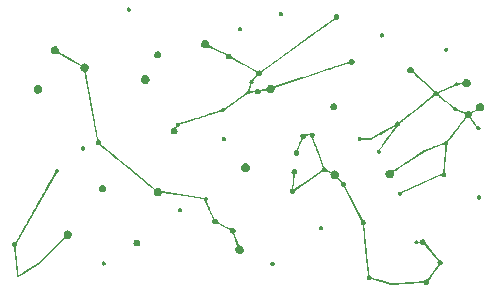
<source format=gbr>
%TF.GenerationSoftware,KiCad,Pcbnew,(5.99.0-7233-g6a28d6af27)*%
%TF.CreationDate,2021-08-16T18:37:05+02:00*%
%TF.ProjectId,lna,6c6e612e-6b69-4636-9164-5f7063625858,rev?*%
%TF.SameCoordinates,Original*%
%TF.FileFunction,Legend,Bot*%
%TF.FilePolarity,Positive*%
%FSLAX46Y46*%
G04 Gerber Fmt 4.6, Leading zero omitted, Abs format (unit mm)*
G04 Created by KiCad (PCBNEW (5.99.0-7233-g6a28d6af27)) date 2021-08-16 18:37:05*
%MOMM*%
%LPD*%
G01*
G04 APERTURE LIST*
G04 APERTURE END LIST*
%TO.C,G\u002A\u002A\u002A*%
G36*
X127571983Y-89836133D02*
G01*
X127629356Y-89856256D01*
X127702882Y-89906177D01*
X127763726Y-89972373D01*
X127805546Y-90047902D01*
X127828572Y-90129241D01*
X127833032Y-90212868D01*
X127819154Y-90295259D01*
X127787167Y-90372891D01*
X127737301Y-90442240D01*
X127669783Y-90499785D01*
X127584843Y-90542001D01*
X127568835Y-90547216D01*
X127480850Y-90560790D01*
X127389904Y-90552020D01*
X127302875Y-90521409D01*
X127278106Y-90507960D01*
X127202408Y-90450028D01*
X127145856Y-90378476D01*
X127109655Y-90296859D01*
X127095012Y-90208731D01*
X127103132Y-90117646D01*
X127135221Y-90027160D01*
X127140912Y-90016042D01*
X127183085Y-89950292D01*
X127235274Y-89899262D01*
X127305220Y-89855118D01*
X127356049Y-89836791D01*
X127425870Y-89826368D01*
X127501001Y-89826159D01*
X127571983Y-89836133D01*
G37*
G36*
X128955493Y-86532823D02*
G01*
X129037334Y-86558464D01*
X129111668Y-86602416D01*
X129174448Y-86663842D01*
X129221630Y-86741906D01*
X129229236Y-86765676D01*
X129237922Y-86816999D01*
X129242543Y-86878186D01*
X129242518Y-86939894D01*
X129237263Y-86992775D01*
X129238231Y-86996442D01*
X129246123Y-87005303D01*
X129262854Y-87018695D01*
X129289638Y-87037349D01*
X129327691Y-87061997D01*
X129378225Y-87093371D01*
X129442457Y-87132202D01*
X129521601Y-87179221D01*
X129616870Y-87235161D01*
X129729481Y-87300752D01*
X129860646Y-87376727D01*
X130011581Y-87463818D01*
X130183501Y-87562754D01*
X131133928Y-88109169D01*
X131172200Y-88077641D01*
X131196729Y-88058984D01*
X131278888Y-88015263D01*
X131365617Y-87993682D01*
X131453054Y-87993461D01*
X131537339Y-88013822D01*
X131614610Y-88053987D01*
X131681007Y-88113179D01*
X131732668Y-88190617D01*
X131753172Y-88244537D01*
X131766520Y-88330790D01*
X131760567Y-88419058D01*
X131735241Y-88500587D01*
X131713082Y-88538340D01*
X131675747Y-88585348D01*
X131632411Y-88628807D01*
X131589338Y-88662542D01*
X131552796Y-88680378D01*
X131533861Y-88689413D01*
X131523029Y-88706477D01*
X131524279Y-88714495D01*
X131529722Y-88746164D01*
X131539255Y-88800557D01*
X131552634Y-88876306D01*
X131569613Y-88972046D01*
X131589948Y-89086412D01*
X131613393Y-89218038D01*
X131639704Y-89365557D01*
X131668634Y-89527604D01*
X131699940Y-89702814D01*
X131733377Y-89889820D01*
X131768699Y-90087257D01*
X131805661Y-90293759D01*
X131844018Y-90507960D01*
X131883525Y-90728494D01*
X131923938Y-90953996D01*
X131965010Y-91183099D01*
X132006498Y-91414439D01*
X132048156Y-91646649D01*
X132089739Y-91878363D01*
X132131001Y-92108216D01*
X132171699Y-92334841D01*
X132211587Y-92556874D01*
X132250420Y-92772949D01*
X132287952Y-92981698D01*
X132323940Y-93181758D01*
X132358137Y-93371761D01*
X132390300Y-93550343D01*
X132420182Y-93716137D01*
X132447538Y-93867777D01*
X132472125Y-94003899D01*
X132493696Y-94123135D01*
X132512007Y-94224121D01*
X132526812Y-94305491D01*
X132537868Y-94365878D01*
X132544927Y-94403917D01*
X132547747Y-94418242D01*
X132549542Y-94420703D01*
X132568933Y-94428983D01*
X132601661Y-94434861D01*
X132610192Y-94435879D01*
X132682598Y-94457374D01*
X132742498Y-94497827D01*
X132787307Y-94553040D01*
X132814438Y-94618821D01*
X132821307Y-94690972D01*
X132805326Y-94765298D01*
X132783015Y-94823718D01*
X132825975Y-94859107D01*
X132831134Y-94863340D01*
X132855346Y-94883172D01*
X132897918Y-94918025D01*
X132957956Y-94967167D01*
X133034563Y-95029865D01*
X133126844Y-95105387D01*
X133233903Y-95192998D01*
X133354845Y-95291967D01*
X133488774Y-95401561D01*
X133634794Y-95521046D01*
X133792010Y-95649689D01*
X133959525Y-95786759D01*
X134136445Y-95931521D01*
X134321874Y-96083243D01*
X134514915Y-96241192D01*
X134714674Y-96404635D01*
X134920254Y-96572839D01*
X135130760Y-96745072D01*
X137392585Y-98595646D01*
X137449432Y-98570500D01*
X137516754Y-98547294D01*
X137609569Y-98537175D01*
X137703804Y-98552334D01*
X137722228Y-98558085D01*
X137765131Y-98576646D01*
X137804627Y-98604101D01*
X137849880Y-98646350D01*
X137881059Y-98680311D01*
X137917521Y-98729032D01*
X137938284Y-98769978D01*
X137954849Y-98821171D01*
X141525293Y-99354613D01*
X141563055Y-99318435D01*
X141605342Y-99290351D01*
X141664027Y-99274999D01*
X141725099Y-99278567D01*
X141779985Y-99301715D01*
X141782724Y-99303608D01*
X141826381Y-99348026D01*
X141849699Y-99401899D01*
X141853172Y-99460232D01*
X141837291Y-99518029D01*
X141802547Y-99570295D01*
X141749433Y-99612036D01*
X141746795Y-99614129D01*
X141744212Y-99620283D01*
X141744576Y-99631178D01*
X141748585Y-99648494D01*
X141756932Y-99673910D01*
X141770312Y-99709104D01*
X141789421Y-99755757D01*
X141814953Y-99815546D01*
X141847604Y-99890152D01*
X141888068Y-99981253D01*
X141937040Y-100090528D01*
X141995216Y-100219657D01*
X142063291Y-100370319D01*
X142400333Y-101115612D01*
X142464501Y-101130064D01*
X142487423Y-101135787D01*
X142559210Y-101164463D01*
X142612966Y-101207126D01*
X142652968Y-101266877D01*
X142665244Y-101294509D01*
X142680003Y-101338991D01*
X142685761Y-101373678D01*
X142685985Y-101382018D01*
X142687896Y-101391184D01*
X142693377Y-101400831D01*
X142704310Y-101412131D01*
X142722580Y-101426258D01*
X142750069Y-101444385D01*
X142788660Y-101467686D01*
X142840237Y-101497334D01*
X142906682Y-101534503D01*
X142989880Y-101580365D01*
X143091712Y-101636095D01*
X143214062Y-101702866D01*
X143317572Y-101759243D01*
X143417646Y-101813571D01*
X143508700Y-101862821D01*
X143588506Y-101905799D01*
X143654838Y-101941307D01*
X143705470Y-101968150D01*
X143738174Y-101985133D01*
X143750725Y-101991060D01*
X143753251Y-101990426D01*
X143772007Y-101979840D01*
X143799696Y-101960342D01*
X143860868Y-101926318D01*
X143932433Y-101910159D01*
X144004277Y-101915017D01*
X144070912Y-101940462D01*
X144126849Y-101986061D01*
X144133381Y-101993624D01*
X144168322Y-102042697D01*
X144186146Y-102091346D01*
X144191135Y-102150527D01*
X144186826Y-102204738D01*
X144166054Y-102264472D01*
X144124883Y-102318718D01*
X144085709Y-102359334D01*
X144467729Y-103387996D01*
X144547534Y-103397970D01*
X144587762Y-103404703D01*
X144680564Y-103435554D01*
X144757789Y-103484578D01*
X144817543Y-103549912D01*
X144857932Y-103629692D01*
X144877062Y-103722055D01*
X144878480Y-103761670D01*
X144866082Y-103856896D01*
X144831892Y-103941113D01*
X144777517Y-104011981D01*
X144704564Y-104067161D01*
X144614640Y-104104311D01*
X144540617Y-104114839D01*
X144459703Y-104109546D01*
X144385609Y-104089111D01*
X144378145Y-104085879D01*
X144303765Y-104039715D01*
X144243019Y-103976535D01*
X144198109Y-103901070D01*
X144171236Y-103818046D01*
X144164599Y-103732192D01*
X144180401Y-103648237D01*
X144192215Y-103619322D01*
X144226021Y-103560410D01*
X144268019Y-103506631D01*
X144311089Y-103467811D01*
X144353384Y-103439026D01*
X144160632Y-102919267D01*
X144121931Y-102815015D01*
X144081968Y-102707860D01*
X144049162Y-102620851D01*
X144022609Y-102551897D01*
X144001407Y-102498907D01*
X143984652Y-102459790D01*
X143971442Y-102432456D01*
X143960874Y-102414812D01*
X143952044Y-102404770D01*
X143944049Y-102400237D01*
X143935987Y-102399123D01*
X143908877Y-102395185D01*
X143859872Y-102377758D01*
X143811187Y-102351268D01*
X143773939Y-102321072D01*
X143740131Y-102271806D01*
X143715658Y-102211671D01*
X143706289Y-102154126D01*
X143706224Y-102112255D01*
X143172266Y-101821439D01*
X142638309Y-101530623D01*
X142574155Y-101570504D01*
X142519327Y-101599922D01*
X142458508Y-101617126D01*
X142399314Y-101613607D01*
X142335208Y-101589895D01*
X142301082Y-101571320D01*
X142261257Y-101539335D01*
X142230122Y-101496357D01*
X142220291Y-101477863D01*
X142198222Y-101405134D01*
X142198803Y-101330844D01*
X142221380Y-101260489D01*
X142265304Y-101199563D01*
X142266104Y-101198757D01*
X142270551Y-101193453D01*
X142273365Y-101186672D01*
X142273864Y-101176740D01*
X142271364Y-101161982D01*
X142265180Y-101140724D01*
X142254631Y-101111291D01*
X142239031Y-101072008D01*
X142217698Y-101021201D01*
X142189949Y-100957196D01*
X142155099Y-100878317D01*
X142112465Y-100782890D01*
X142061364Y-100669241D01*
X142001112Y-100535695D01*
X141931026Y-100380578D01*
X141897246Y-100305966D01*
X141837316Y-100174258D01*
X141780313Y-100049810D01*
X141727175Y-99934627D01*
X141678842Y-99830709D01*
X141636250Y-99740062D01*
X141600338Y-99664687D01*
X141572045Y-99606588D01*
X141552308Y-99567766D01*
X141542066Y-99550227D01*
X141538447Y-99545752D01*
X141519712Y-99517733D01*
X141512080Y-99497427D01*
X141511957Y-99496118D01*
X141498821Y-99482821D01*
X141470618Y-99473294D01*
X141467972Y-99472837D01*
X141440321Y-99468417D01*
X141390176Y-99460676D01*
X141319305Y-99449878D01*
X141229475Y-99436286D01*
X141122455Y-99420162D01*
X141000011Y-99401768D01*
X140863912Y-99381369D01*
X140715925Y-99359226D01*
X140557818Y-99335601D01*
X140391359Y-99310759D01*
X140218315Y-99284961D01*
X140040454Y-99258470D01*
X139859544Y-99231550D01*
X139677352Y-99204462D01*
X139495647Y-99177469D01*
X139316196Y-99150835D01*
X139140766Y-99124822D01*
X138971126Y-99099692D01*
X138809043Y-99075709D01*
X138656285Y-99053135D01*
X138514619Y-99032232D01*
X138385813Y-99013264D01*
X138271636Y-98996494D01*
X138173854Y-98982184D01*
X138094235Y-98970596D01*
X138034547Y-98961994D01*
X137996559Y-98956640D01*
X137982036Y-98954797D01*
X137971994Y-98957385D01*
X137954058Y-98977481D01*
X137935603Y-99019973D01*
X137904102Y-99085601D01*
X137847249Y-99155089D01*
X137774519Y-99207691D01*
X137689444Y-99240994D01*
X137595555Y-99252580D01*
X137559563Y-99251064D01*
X137476728Y-99233216D01*
X137402930Y-99193737D01*
X137334014Y-99130690D01*
X137326357Y-99121955D01*
X137273435Y-99042734D01*
X137245492Y-98958417D01*
X137242609Y-98869428D01*
X137264871Y-98776193D01*
X137275955Y-98745295D01*
X137287605Y-98711060D01*
X137293158Y-98692282D01*
X137287682Y-98686686D01*
X137263728Y-98665646D01*
X137221537Y-98629719D01*
X137161973Y-98579618D01*
X137085902Y-98516055D01*
X136994185Y-98439745D01*
X136887689Y-98351401D01*
X136767275Y-98251735D01*
X136633810Y-98141462D01*
X136488156Y-98021293D01*
X136331178Y-97891943D01*
X136163740Y-97754125D01*
X135986706Y-97608552D01*
X135800940Y-97455937D01*
X135607305Y-97296993D01*
X135406667Y-97132434D01*
X135199888Y-96962973D01*
X134987834Y-96789323D01*
X134985246Y-96787204D01*
X134732410Y-96580258D01*
X134498550Y-96388890D01*
X134282922Y-96212505D01*
X134084782Y-96050504D01*
X133903387Y-95902291D01*
X133737993Y-95767269D01*
X133587856Y-95644840D01*
X133452233Y-95534407D01*
X133330379Y-95435374D01*
X133221551Y-95347144D01*
X133125006Y-95269118D01*
X133039999Y-95200701D01*
X132965787Y-95141294D01*
X132901626Y-95090302D01*
X132846772Y-95047126D01*
X132800483Y-95011170D01*
X132762013Y-94981837D01*
X132730619Y-94958529D01*
X132705558Y-94940650D01*
X132686085Y-94927602D01*
X132671458Y-94918788D01*
X132660932Y-94913612D01*
X132653763Y-94911476D01*
X132649208Y-94911782D01*
X132610141Y-94920740D01*
X132546274Y-94917336D01*
X132481429Y-94896483D01*
X132422847Y-94860819D01*
X132377775Y-94812981D01*
X132366248Y-94794522D01*
X132353519Y-94764226D01*
X132347437Y-94727054D01*
X132345882Y-94673743D01*
X132345902Y-94663167D01*
X132347376Y-94616869D01*
X132353106Y-94585227D01*
X132365769Y-94559053D01*
X132388046Y-94529162D01*
X132430209Y-94476695D01*
X131937817Y-91737167D01*
X131934854Y-91720684D01*
X131887714Y-91458430D01*
X131841577Y-91201788D01*
X131796663Y-90951978D01*
X131753191Y-90710218D01*
X131711379Y-90477728D01*
X131671448Y-90255724D01*
X131633617Y-90045427D01*
X131598105Y-89848056D01*
X131565131Y-89664828D01*
X131534916Y-89496963D01*
X131507677Y-89345679D01*
X131483634Y-89212195D01*
X131463008Y-89097730D01*
X131446016Y-89003503D01*
X131432879Y-88930732D01*
X131423815Y-88880637D01*
X131419044Y-88854435D01*
X131392665Y-88711230D01*
X131346220Y-88702811D01*
X131310201Y-88693701D01*
X131236939Y-88661900D01*
X131170127Y-88616582D01*
X131125799Y-88567325D01*
X131086973Y-88496802D01*
X131061530Y-88417336D01*
X131051923Y-88336843D01*
X131060606Y-88263239D01*
X131073171Y-88217738D01*
X130116057Y-87668152D01*
X129158942Y-87118567D01*
X129125842Y-87150480D01*
X129065003Y-87194001D01*
X128987777Y-87224089D01*
X128903466Y-87237480D01*
X128819151Y-87233081D01*
X128741914Y-87209797D01*
X128740085Y-87208941D01*
X128669938Y-87163724D01*
X128607625Y-87100828D01*
X128560754Y-87027894D01*
X128559218Y-87024677D01*
X128534677Y-86943949D01*
X128531802Y-86857712D01*
X128549465Y-86771594D01*
X128586541Y-86691222D01*
X128641905Y-86622226D01*
X128705391Y-86574108D01*
X128785475Y-86539809D01*
X128870191Y-86526326D01*
X128955493Y-86532823D01*
G37*
G36*
X150778683Y-93870364D02*
G01*
X150833300Y-93910561D01*
X150874922Y-93970767D01*
X150896565Y-94036709D01*
X150896673Y-94107762D01*
X150872216Y-94174331D01*
X150823691Y-94233862D01*
X150782988Y-94271038D01*
X151233939Y-95528538D01*
X151684889Y-96786037D01*
X151728415Y-96786037D01*
X151764145Y-96790313D01*
X151822440Y-96814909D01*
X151873300Y-96856983D01*
X151911286Y-96911501D01*
X151930956Y-96973428D01*
X151937569Y-97022049D01*
X152122240Y-97101894D01*
X152306910Y-97181739D01*
X152359755Y-97136506D01*
X152373725Y-97125314D01*
X152447943Y-97083764D01*
X152532276Y-97060332D01*
X152618008Y-97057677D01*
X152663373Y-97065246D01*
X152747803Y-97096534D01*
X152819584Y-97146186D01*
X152876594Y-97210698D01*
X152916712Y-97286568D01*
X152937818Y-97370292D01*
X152937789Y-97458369D01*
X152914505Y-97547294D01*
X152883211Y-97624772D01*
X153047125Y-97814571D01*
X153211040Y-98004370D01*
X153280373Y-97999985D01*
X153289451Y-97999495D01*
X153365992Y-98004203D01*
X153427323Y-98026839D01*
X153477354Y-98068768D01*
X153478865Y-98070502D01*
X153520115Y-98135432D01*
X153536841Y-98204579D01*
X153528846Y-98275035D01*
X153495935Y-98343891D01*
X153464712Y-98389991D01*
X154208361Y-99817060D01*
X154952009Y-101244128D01*
X155007460Y-101253553D01*
X155041891Y-101261556D01*
X155110024Y-101292830D01*
X155162467Y-101339438D01*
X155196771Y-101397811D01*
X155210483Y-101464379D01*
X155201152Y-101535576D01*
X155200343Y-101538158D01*
X155181182Y-101578113D01*
X155152002Y-101619478D01*
X155119481Y-101653959D01*
X155090296Y-101673264D01*
X155089088Y-101680192D01*
X155089478Y-101703239D01*
X155091776Y-101743072D01*
X155096044Y-101800352D01*
X155102346Y-101875739D01*
X155110744Y-101969893D01*
X155121303Y-102083474D01*
X155134085Y-102217142D01*
X155149154Y-102371558D01*
X155166572Y-102547381D01*
X155186403Y-102745273D01*
X155208710Y-102965892D01*
X155233556Y-103209899D01*
X155261005Y-103477955D01*
X155291120Y-103770718D01*
X155312388Y-103977182D01*
X155335309Y-104199933D01*
X155357389Y-104414751D01*
X155378489Y-104620294D01*
X155398475Y-104815219D01*
X155417208Y-104998184D01*
X155434551Y-105167848D01*
X155450368Y-105322868D01*
X155464522Y-105461903D01*
X155476876Y-105583610D01*
X155487293Y-105686647D01*
X155495636Y-105769673D01*
X155501768Y-105831344D01*
X155505552Y-105870320D01*
X155506852Y-105885259D01*
X155509945Y-105897148D01*
X155526601Y-105907584D01*
X155560621Y-105915934D01*
X155602734Y-105937478D01*
X155643327Y-105966478D01*
X155673023Y-105997195D01*
X155674497Y-105999320D01*
X155695243Y-106040795D01*
X155707484Y-106085397D01*
X155714062Y-106134440D01*
X156551368Y-106373766D01*
X157388674Y-106613091D01*
X157669337Y-106597696D01*
X157754854Y-106592930D01*
X157874954Y-106586063D01*
X158001345Y-106578681D01*
X158123443Y-106571404D01*
X158230663Y-106564851D01*
X158284241Y-106561536D01*
X158367882Y-106556394D01*
X158470920Y-106550084D01*
X158590080Y-106542806D01*
X158722087Y-106534760D01*
X158863664Y-106526145D01*
X159011538Y-106517160D01*
X159162432Y-106508006D01*
X159313071Y-106498883D01*
X160114815Y-106450364D01*
X160137755Y-106405418D01*
X160176374Y-106348087D01*
X160230695Y-106305472D01*
X160298876Y-106283533D01*
X160382409Y-106281513D01*
X160468765Y-106288753D01*
X161360785Y-105022463D01*
X161330138Y-104986041D01*
X161296958Y-104930609D01*
X161280576Y-104864252D01*
X161283783Y-104797073D01*
X161307283Y-104736732D01*
X161316887Y-104713495D01*
X161315868Y-104692081D01*
X161315470Y-104691458D01*
X161302641Y-104674589D01*
X161275510Y-104640783D01*
X161235686Y-104591966D01*
X161184779Y-104530062D01*
X161124400Y-104456997D01*
X161056159Y-104374696D01*
X160981665Y-104285083D01*
X160902530Y-104190083D01*
X160820364Y-104091621D01*
X160736776Y-103991623D01*
X160653376Y-103892012D01*
X160571776Y-103794715D01*
X160493585Y-103701655D01*
X160420414Y-103614758D01*
X160353872Y-103535949D01*
X160295570Y-103467152D01*
X160247118Y-103410292D01*
X160210126Y-103367295D01*
X160186205Y-103340085D01*
X160176964Y-103330588D01*
X160174445Y-103330880D01*
X160152755Y-103337377D01*
X160120727Y-103349724D01*
X160081993Y-103362054D01*
X160009712Y-103366758D01*
X159940494Y-103349765D01*
X159879825Y-103312831D01*
X159833190Y-103257711D01*
X159799824Y-103201530D01*
X159707082Y-103209205D01*
X159656267Y-103215236D01*
X159607200Y-103227860D01*
X159568160Y-103248219D01*
X159567412Y-103248725D01*
X159518923Y-103273431D01*
X159472051Y-103277394D01*
X159417540Y-103261427D01*
X159416273Y-103260889D01*
X159372421Y-103228805D01*
X159344179Y-103179384D01*
X159334179Y-103117184D01*
X159334252Y-103112343D01*
X159347362Y-103056148D01*
X159380681Y-103012211D01*
X159430795Y-102983599D01*
X159494289Y-102973380D01*
X159510728Y-102974228D01*
X159546400Y-102985726D01*
X159582174Y-103014842D01*
X159593625Y-103026759D01*
X159617132Y-103054363D01*
X159629058Y-103073208D01*
X159629654Y-103074728D01*
X159640909Y-103082993D01*
X159667280Y-103084986D01*
X159713682Y-103081168D01*
X159736213Y-103078374D01*
X159772357Y-103071234D01*
X159791876Y-103061004D01*
X159800956Y-103045127D01*
X159802576Y-103040498D01*
X159817965Y-103010227D01*
X159840316Y-102976452D01*
X159863290Y-102950163D01*
X159921377Y-102908852D01*
X159987826Y-102887508D01*
X160057832Y-102885884D01*
X160126585Y-102903736D01*
X160189279Y-102940818D01*
X160241105Y-102996886D01*
X160254289Y-103018439D01*
X160265269Y-103047540D01*
X160270510Y-103085040D01*
X160271849Y-103139453D01*
X160271849Y-103237077D01*
X161430769Y-104632179D01*
X161472401Y-104624369D01*
X161499536Y-104622033D01*
X161560120Y-104632712D01*
X161618960Y-104661219D01*
X161668808Y-104703431D01*
X161702413Y-104755223D01*
X161715594Y-104799920D01*
X161717154Y-104869840D01*
X161697983Y-104936425D01*
X161660096Y-104993832D01*
X161605508Y-105036218D01*
X161588177Y-105044633D01*
X161547759Y-105059648D01*
X161516225Y-105065595D01*
X161515348Y-105065616D01*
X161507041Y-105067768D01*
X161496493Y-105074510D01*
X161482581Y-105087328D01*
X161464183Y-105107706D01*
X161440176Y-105137131D01*
X161409436Y-105177088D01*
X161370842Y-105229062D01*
X161323270Y-105294540D01*
X161265598Y-105375006D01*
X161196704Y-105471947D01*
X161115464Y-105586847D01*
X161020755Y-105721193D01*
X160559015Y-106376791D01*
X160578089Y-106422441D01*
X160596425Y-106493352D01*
X160592449Y-106566889D01*
X160565833Y-106635304D01*
X160518020Y-106694982D01*
X160450452Y-106742309D01*
X160437437Y-106748117D01*
X160381276Y-106760327D01*
X160318709Y-106759339D01*
X160261871Y-106744980D01*
X160213308Y-106715785D01*
X160163644Y-106667185D01*
X160129186Y-106611537D01*
X160117756Y-106588329D01*
X160101709Y-106574815D01*
X160076753Y-106575671D01*
X160063553Y-106576975D01*
X160025923Y-106579797D01*
X159966019Y-106583912D01*
X159885564Y-106589213D01*
X159786284Y-106595592D01*
X159669903Y-106602940D01*
X159538145Y-106611150D01*
X159392735Y-106620113D01*
X159235398Y-106629721D01*
X159067857Y-106639867D01*
X158891839Y-106650443D01*
X158709066Y-106661340D01*
X157375917Y-106740519D01*
X156527549Y-106497059D01*
X155679182Y-106253599D01*
X155647288Y-106284033D01*
X155609269Y-106313812D01*
X155546371Y-106341191D01*
X155481641Y-106347933D01*
X155419273Y-106335759D01*
X155363462Y-106306388D01*
X155318404Y-106261542D01*
X155288293Y-106202940D01*
X155277323Y-106132303D01*
X155283293Y-106068329D01*
X155304808Y-106014426D01*
X155345445Y-105966022D01*
X155387041Y-105926720D01*
X155169431Y-103811521D01*
X154951820Y-101696322D01*
X154899404Y-101672854D01*
X154887746Y-101666945D01*
X154845381Y-101637002D01*
X154810197Y-101601151D01*
X154800687Y-101588194D01*
X154783403Y-101557283D01*
X154775373Y-101523012D01*
X154773406Y-101474385D01*
X154773550Y-101457940D01*
X154777080Y-101414185D01*
X154787602Y-101381897D01*
X154808119Y-101350342D01*
X154842833Y-101304830D01*
X153356791Y-98452686D01*
X153288812Y-98437375D01*
X153271247Y-98433040D01*
X153197086Y-98403240D01*
X153144275Y-98359520D01*
X153112720Y-98301774D01*
X153102326Y-98229896D01*
X153103111Y-98200573D01*
X153106849Y-98156132D01*
X153112601Y-98125067D01*
X153113588Y-98121522D01*
X153114410Y-98107437D01*
X153108882Y-98090298D01*
X153094874Y-98066911D01*
X153070255Y-98034083D01*
X153032894Y-97988619D01*
X152980660Y-97927327D01*
X152925348Y-97862838D01*
X152878477Y-97808402D01*
X152843702Y-97769096D01*
X152818512Y-97742830D01*
X152800399Y-97727513D01*
X152786853Y-97721055D01*
X152775364Y-97721366D01*
X152763423Y-97726353D01*
X152748520Y-97733928D01*
X152711851Y-97749266D01*
X152619131Y-97770839D01*
X152528217Y-97769179D01*
X152442544Y-97745522D01*
X152365546Y-97701105D01*
X152300661Y-97637166D01*
X152251322Y-97554940D01*
X152240888Y-97524935D01*
X152229217Y-97460186D01*
X152226582Y-97389749D01*
X152233883Y-97325482D01*
X152235754Y-97316370D01*
X152236120Y-97303524D01*
X152229979Y-97292181D01*
X152213940Y-97280035D01*
X152184613Y-97264778D01*
X152138606Y-97244105D01*
X152072530Y-97215709D01*
X152004498Y-97186942D01*
X151948584Y-97164359D01*
X151910245Y-97150650D01*
X151886523Y-97144904D01*
X151874459Y-97146208D01*
X151871095Y-97153653D01*
X151869100Y-97157692D01*
X151851459Y-97172970D01*
X151821518Y-97191925D01*
X151807417Y-97199178D01*
X151737610Y-97218622D01*
X151664998Y-97214834D01*
X151595709Y-97187924D01*
X151541335Y-97156059D01*
X149204797Y-98766357D01*
X149204797Y-98811898D01*
X149194367Y-98876791D01*
X149162784Y-98938147D01*
X149114213Y-98987140D01*
X149052871Y-99019595D01*
X148982977Y-99031341D01*
X148919232Y-99023717D01*
X148864198Y-98997790D01*
X148812507Y-98950101D01*
X148810997Y-98948362D01*
X148776599Y-98890396D01*
X148763398Y-98826027D01*
X148770074Y-98760598D01*
X148795309Y-98699450D01*
X148837782Y-98647923D01*
X148896176Y-98611358D01*
X148932004Y-98596518D01*
X149011589Y-98000645D01*
X149029692Y-97864705D01*
X149044964Y-97748717D01*
X149057179Y-97653745D01*
X149066543Y-97577635D01*
X149073261Y-97518232D01*
X149077538Y-97473381D01*
X149079578Y-97440929D01*
X149079587Y-97418720D01*
X149077769Y-97404601D01*
X149074329Y-97396417D01*
X149069473Y-97392014D01*
X149064547Y-97388916D01*
X149037893Y-97369510D01*
X149006505Y-97344096D01*
X148974252Y-97310620D01*
X148939331Y-97248405D01*
X148924793Y-97180090D01*
X148930018Y-97110495D01*
X148954388Y-97044440D01*
X148997283Y-96986746D01*
X149058087Y-96942232D01*
X149064025Y-96939397D01*
X149112380Y-96926701D01*
X149171317Y-96922941D01*
X149229342Y-96928119D01*
X149274963Y-96942232D01*
X149287639Y-96949348D01*
X149344794Y-96997093D01*
X149384780Y-97058343D01*
X149405822Y-97127756D01*
X149406140Y-97199996D01*
X149383960Y-97269722D01*
X149372956Y-97288826D01*
X149335734Y-97335415D01*
X149291926Y-97372599D01*
X149249391Y-97393168D01*
X149241885Y-97395545D01*
X149222274Y-97412420D01*
X149211776Y-97447383D01*
X149211038Y-97452003D01*
X149205702Y-97488192D01*
X149197934Y-97543807D01*
X149188149Y-97615654D01*
X149176762Y-97700537D01*
X149164189Y-97795264D01*
X149150843Y-97896640D01*
X149137141Y-98001472D01*
X149123496Y-98106565D01*
X149110325Y-98208725D01*
X149098041Y-98304759D01*
X149087060Y-98391473D01*
X149077797Y-98465672D01*
X149070667Y-98524163D01*
X149066085Y-98563751D01*
X149064465Y-98581243D01*
X149064523Y-98583687D01*
X149075429Y-98609658D01*
X149107914Y-98631479D01*
X149151362Y-98652198D01*
X150316637Y-97849071D01*
X151481911Y-97045944D01*
X151490639Y-96984927D01*
X151493183Y-96971129D01*
X151509578Y-96919328D01*
X151532527Y-96873801D01*
X151565688Y-96823692D01*
X151129800Y-95608858D01*
X151091149Y-95501130D01*
X151031501Y-95334835D01*
X150974412Y-95175635D01*
X150920490Y-95025221D01*
X150870341Y-94885286D01*
X150824569Y-94757520D01*
X150783782Y-94643617D01*
X150748586Y-94545269D01*
X150719586Y-94464166D01*
X150697388Y-94402002D01*
X150682598Y-94360469D01*
X150675823Y-94341258D01*
X150665539Y-94315511D01*
X150647446Y-94291778D01*
X150620666Y-94281079D01*
X150615413Y-94279859D01*
X150569961Y-94257998D01*
X150525060Y-94220164D01*
X150488105Y-94173782D01*
X150466489Y-94126276D01*
X150452933Y-94072440D01*
X150335972Y-94095973D01*
X150324807Y-94098220D01*
X150258479Y-94111709D01*
X150213016Y-94121438D01*
X150184761Y-94128426D01*
X150170056Y-94133690D01*
X150165244Y-94138250D01*
X150166666Y-94143125D01*
X150169318Y-94157894D01*
X150164424Y-94191592D01*
X150152092Y-94233367D01*
X150134916Y-94274874D01*
X150115489Y-94307773D01*
X150110299Y-94314268D01*
X150059710Y-94358791D01*
X149997902Y-94389167D01*
X149934624Y-94400402D01*
X149885233Y-94400402D01*
X149674827Y-94868403D01*
X149464422Y-95336403D01*
X149507486Y-95374214D01*
X149552707Y-95423263D01*
X149582021Y-95484096D01*
X149591164Y-95556797D01*
X149583643Y-95619132D01*
X149556187Y-95685166D01*
X149512424Y-95738172D01*
X149456379Y-95776286D01*
X149392079Y-95797644D01*
X149323548Y-95800384D01*
X149254813Y-95782640D01*
X149189900Y-95742550D01*
X149183120Y-95736529D01*
X149142406Y-95685173D01*
X149113932Y-95622831D01*
X149103018Y-95560641D01*
X149110167Y-95509016D01*
X149137694Y-95445165D01*
X149181245Y-95388288D01*
X149235854Y-95344555D01*
X149296553Y-95320141D01*
X149297881Y-95319876D01*
X149306441Y-95318210D01*
X149314241Y-95315662D01*
X149322146Y-95310511D01*
X149331020Y-95301034D01*
X149341726Y-95285510D01*
X149355129Y-95262217D01*
X149372093Y-95229432D01*
X149393480Y-95185434D01*
X149420156Y-95128500D01*
X149452983Y-95056909D01*
X149492827Y-94968940D01*
X149540550Y-94862869D01*
X149597017Y-94736975D01*
X149663092Y-94589535D01*
X149683035Y-94544976D01*
X149713804Y-94475497D01*
X149735618Y-94424295D01*
X149749523Y-94388112D01*
X149756566Y-94363691D01*
X149757794Y-94347773D01*
X149754254Y-94337101D01*
X149746992Y-94328419D01*
X149741744Y-94322561D01*
X149720728Y-94291845D01*
X149700748Y-94254102D01*
X149692320Y-94233270D01*
X149678606Y-94162916D01*
X149686244Y-94096807D01*
X149712023Y-94037472D01*
X149752731Y-93987438D01*
X149805157Y-93949233D01*
X149866088Y-93925385D01*
X149932313Y-93918420D01*
X150000619Y-93930866D01*
X150067796Y-93965252D01*
X150090190Y-93979990D01*
X150123114Y-93997922D01*
X150144719Y-94004922D01*
X150145604Y-94004899D01*
X150167523Y-94001928D01*
X150208357Y-93994691D01*
X150262594Y-93984213D01*
X150324722Y-93971516D01*
X150335094Y-93969326D01*
X150409415Y-93952213D01*
X150464426Y-93936169D01*
X150505505Y-93919393D01*
X150538031Y-93900085D01*
X150574798Y-93877786D01*
X150645638Y-93853181D01*
X150714865Y-93850972D01*
X150778683Y-93870364D01*
G37*
G36*
X133106145Y-104779173D02*
G01*
X133118462Y-104786233D01*
X133161111Y-104826177D01*
X133185798Y-104876816D01*
X133193215Y-104932821D01*
X133184054Y-104988863D01*
X133159004Y-105039614D01*
X133118759Y-105079745D01*
X133064008Y-105103928D01*
X133004809Y-105108143D01*
X132947689Y-105092354D01*
X132900778Y-105059444D01*
X132867054Y-105013571D01*
X132849497Y-104958896D01*
X132851085Y-104899576D01*
X132874798Y-104839771D01*
X132882208Y-104828705D01*
X132927024Y-104787149D01*
X132983623Y-104763906D01*
X133045499Y-104760679D01*
X133106145Y-104779173D01*
G37*
G36*
X144634750Y-84901657D02*
G01*
X144688532Y-84935422D01*
X144726440Y-84981891D01*
X144747696Y-85036426D01*
X144751520Y-85094390D01*
X144737132Y-85151144D01*
X144703752Y-85202052D01*
X144650601Y-85242476D01*
X144642193Y-85246694D01*
X144581892Y-85263350D01*
X144524107Y-85258518D01*
X144472020Y-85235710D01*
X144428812Y-85198440D01*
X144397665Y-85150220D01*
X144381760Y-85094565D01*
X144384277Y-85034986D01*
X144408399Y-84974999D01*
X144440065Y-84939587D01*
X144488392Y-84908767D01*
X144541931Y-84890268D01*
X144591110Y-84888616D01*
X144634750Y-84901657D01*
G37*
G36*
X164872932Y-99174619D02*
G01*
X164924336Y-99208626D01*
X164963366Y-99261229D01*
X164966312Y-99267353D01*
X164983077Y-99331669D01*
X164976306Y-99395236D01*
X164947388Y-99453003D01*
X164897712Y-99499921D01*
X164870100Y-99515297D01*
X164811747Y-99530192D01*
X164755041Y-99524662D01*
X164703356Y-99501996D01*
X164660062Y-99465485D01*
X164628533Y-99418418D01*
X164612141Y-99364086D01*
X164614257Y-99305778D01*
X164638254Y-99246784D01*
X164650441Y-99229306D01*
X164697908Y-99186553D01*
X164754374Y-99163345D01*
X164814497Y-99159447D01*
X164872932Y-99174619D01*
G37*
G36*
X152778278Y-83815382D02*
G01*
X152849904Y-83835121D01*
X152908263Y-83874237D01*
X152950781Y-83930021D01*
X152974885Y-83999765D01*
X152978001Y-84080758D01*
X152964824Y-84138981D01*
X152927367Y-84205095D01*
X152868258Y-84259413D01*
X152855496Y-84267691D01*
X152825623Y-84281477D01*
X152790269Y-84287458D01*
X152739534Y-84287821D01*
X152697771Y-84286314D01*
X152652722Y-84283929D01*
X152622515Y-84281442D01*
X152620563Y-84281676D01*
X152611109Y-84285772D01*
X152594490Y-84295217D01*
X152570090Y-84310448D01*
X152537296Y-84331902D01*
X152495496Y-84360016D01*
X152444074Y-84395228D01*
X152382418Y-84437974D01*
X152309913Y-84488692D01*
X152225947Y-84547818D01*
X152129906Y-84615790D01*
X152021176Y-84693044D01*
X151899143Y-84780018D01*
X151763194Y-84877149D01*
X151612715Y-84984874D01*
X151447094Y-85103629D01*
X151265715Y-85233853D01*
X151067966Y-85375981D01*
X150853232Y-85530452D01*
X150620901Y-85697702D01*
X150370359Y-85878168D01*
X150100992Y-86072287D01*
X149812186Y-86280497D01*
X149503329Y-86503234D01*
X146417303Y-88729069D01*
X146417303Y-88819638D01*
X146417301Y-88821301D01*
X146410432Y-88896431D01*
X146388302Y-88954243D01*
X146347914Y-88999730D01*
X146286270Y-89037884D01*
X146279024Y-89041420D01*
X146235963Y-89059252D01*
X146199965Y-89065455D01*
X146158696Y-89062398D01*
X146140635Y-89059827D01*
X146102107Y-89054485D01*
X146076983Y-89051202D01*
X146076807Y-89051186D01*
X146060609Y-89059997D01*
X146029467Y-89086273D01*
X145985184Y-89128304D01*
X145929566Y-89184379D01*
X145864415Y-89252788D01*
X145841362Y-89277428D01*
X145784216Y-89338981D01*
X145742119Y-89385526D01*
X145713124Y-89419614D01*
X145695284Y-89443795D01*
X145686653Y-89460623D01*
X145685284Y-89472647D01*
X145689231Y-89482421D01*
X145707177Y-89518932D01*
X145717341Y-89581570D01*
X145703133Y-89643108D01*
X145664972Y-89699795D01*
X145629067Y-89730016D01*
X145574261Y-89750955D01*
X145524257Y-89758951D01*
X145457367Y-90019989D01*
X145390476Y-90281028D01*
X145421172Y-90314133D01*
X145421485Y-90314470D01*
X145437238Y-90330068D01*
X145453099Y-90339199D01*
X145475398Y-90342940D01*
X145510462Y-90342369D01*
X145564621Y-90338564D01*
X145605177Y-90335404D01*
X145687874Y-90328541D01*
X145749125Y-90322608D01*
X145791789Y-90317201D01*
X145818724Y-90311915D01*
X145832788Y-90306348D01*
X145836841Y-90300095D01*
X145838531Y-90290102D01*
X145854692Y-90258484D01*
X145883006Y-90222281D01*
X145917346Y-90188707D01*
X145951584Y-90164980D01*
X145981176Y-90153275D01*
X146042330Y-90141367D01*
X146106028Y-90140449D01*
X146159907Y-90151330D01*
X146170559Y-90156320D01*
X146203450Y-90177163D01*
X146238290Y-90204567D01*
X146285367Y-90245900D01*
X146528937Y-90193067D01*
X146537390Y-90191226D01*
X146612346Y-90174200D01*
X146678241Y-90158029D01*
X146731092Y-90143779D01*
X146766915Y-90132518D01*
X146781727Y-90125314D01*
X146782750Y-90123466D01*
X146791000Y-90098993D01*
X146798344Y-90064146D01*
X146810131Y-90021460D01*
X146845932Y-89955679D01*
X146898656Y-89894861D01*
X146963272Y-89844417D01*
X147034752Y-89809758D01*
X147057015Y-89803584D01*
X147125825Y-89795776D01*
X147200670Y-89799770D01*
X147269703Y-89815288D01*
X147301491Y-89829575D01*
X147349072Y-89858659D01*
X147392800Y-89892681D01*
X147456291Y-89949764D01*
X149807214Y-89163647D01*
X149948447Y-89116429D01*
X150200006Y-89032363D01*
X150452015Y-88948194D01*
X150702714Y-88864507D01*
X150950344Y-88781889D01*
X151193142Y-88700924D01*
X151429350Y-88622201D01*
X151657207Y-88546303D01*
X151874953Y-88473819D01*
X152080826Y-88405333D01*
X152273067Y-88341433D01*
X152449916Y-88282703D01*
X152609611Y-88229731D01*
X152750393Y-88183102D01*
X152870502Y-88143402D01*
X152968176Y-88111217D01*
X153778216Y-87844905D01*
X153786266Y-87805543D01*
X153788736Y-87795149D01*
X153816311Y-87733706D01*
X153860904Y-87679162D01*
X153915467Y-87640521D01*
X153942886Y-87629158D01*
X154014715Y-87615819D01*
X154084232Y-87623793D01*
X154147659Y-87650390D01*
X154201217Y-87692920D01*
X154241126Y-87748695D01*
X154263608Y-87815025D01*
X154264885Y-87889219D01*
X154246713Y-87954387D01*
X154209118Y-88013975D01*
X154157394Y-88058829D01*
X154095878Y-88087653D01*
X154028908Y-88099148D01*
X153960822Y-88092018D01*
X153895958Y-88064965D01*
X153838653Y-88016692D01*
X153797318Y-87969615D01*
X153347692Y-88117322D01*
X153346550Y-88117697D01*
X153290487Y-88136183D01*
X153211599Y-88162296D01*
X153111223Y-88195588D01*
X152990700Y-88235615D01*
X152851369Y-88281929D01*
X152694569Y-88334085D01*
X152521639Y-88391637D01*
X152333920Y-88454138D01*
X152132749Y-88521143D01*
X151919467Y-88592205D01*
X151695413Y-88666878D01*
X151461926Y-88744717D01*
X151220345Y-88825274D01*
X150972011Y-88908105D01*
X150718261Y-88992762D01*
X150460436Y-89078800D01*
X150199875Y-89165773D01*
X147501683Y-90066518D01*
X147501120Y-90157192D01*
X147500678Y-90182022D01*
X147496232Y-90231161D01*
X147484715Y-90271876D01*
X147463255Y-90316230D01*
X147454584Y-90331431D01*
X147395178Y-90408551D01*
X147322036Y-90464246D01*
X147235988Y-90498024D01*
X147137862Y-90509392D01*
X147086647Y-90504794D01*
X147004039Y-90479092D01*
X146927863Y-90434098D01*
X146863897Y-90373570D01*
X146817922Y-90301269D01*
X146804154Y-90277322D01*
X146792334Y-90267001D01*
X146783098Y-90268423D01*
X146752484Y-90274404D01*
X146705644Y-90284066D01*
X146647584Y-90296327D01*
X146583310Y-90310104D01*
X146517830Y-90324317D01*
X146456150Y-90337882D01*
X146403277Y-90349719D01*
X146364217Y-90358746D01*
X146343978Y-90363880D01*
X146327250Y-90377183D01*
X146314237Y-90404994D01*
X146307100Y-90433967D01*
X146278353Y-90506257D01*
X146236243Y-90560372D01*
X146177898Y-90600425D01*
X146151179Y-90611765D01*
X146082538Y-90624158D01*
X146012538Y-90617052D01*
X145947161Y-90592344D01*
X145892387Y-90551933D01*
X145854198Y-90497716D01*
X145850291Y-90489141D01*
X145841171Y-90470583D01*
X145830803Y-90457902D01*
X145815156Y-90450448D01*
X145790196Y-90447576D01*
X145751895Y-90448637D01*
X145696219Y-90452985D01*
X145619137Y-90459971D01*
X145614736Y-90460371D01*
X145549749Y-90466491D01*
X145505370Y-90471768D01*
X145477047Y-90477507D01*
X145460226Y-90485016D01*
X145450356Y-90495602D01*
X145442885Y-90510570D01*
X145417140Y-90546145D01*
X145371894Y-90577180D01*
X145317223Y-90595849D01*
X145261076Y-90599571D01*
X145211403Y-90585763D01*
X145206591Y-90585052D01*
X145195780Y-90587914D01*
X145178649Y-90595774D01*
X145153987Y-90609441D01*
X145120583Y-90629724D01*
X145077225Y-90657431D01*
X145022703Y-90693372D01*
X144955806Y-90738355D01*
X144875323Y-90793189D01*
X144780043Y-90858683D01*
X144668755Y-90935645D01*
X144540247Y-91024885D01*
X144393310Y-91127212D01*
X144226732Y-91243433D01*
X143266223Y-91914035D01*
X143259355Y-91973969D01*
X143256428Y-91994885D01*
X143240201Y-92048759D01*
X143209856Y-92087610D01*
X143160555Y-92118518D01*
X143103000Y-92136701D01*
X143043279Y-92132736D01*
X142988032Y-92103733D01*
X142987653Y-92103436D01*
X142961162Y-92085852D01*
X142942119Y-92078553D01*
X142938847Y-92079403D01*
X142914816Y-92086591D01*
X142868937Y-92100664D01*
X142802903Y-92121091D01*
X142718402Y-92147342D01*
X142617124Y-92178886D01*
X142500759Y-92215193D01*
X142370997Y-92255732D01*
X142229528Y-92299974D01*
X142078041Y-92347388D01*
X141918227Y-92397443D01*
X141751775Y-92449609D01*
X141580374Y-92503356D01*
X141405716Y-92558153D01*
X141229489Y-92613471D01*
X141053384Y-92668777D01*
X140879090Y-92723544D01*
X140708297Y-92777239D01*
X140542695Y-92829332D01*
X140383974Y-92879294D01*
X140233824Y-92926593D01*
X140093934Y-92970700D01*
X139965994Y-93011084D01*
X139851694Y-93047215D01*
X139752724Y-93078562D01*
X139670774Y-93104595D01*
X139607533Y-93124783D01*
X139564692Y-93138597D01*
X139522836Y-93153264D01*
X139497626Y-93166588D01*
X139484832Y-93182829D01*
X139478244Y-93206895D01*
X139458252Y-93260991D01*
X139417718Y-93309851D01*
X139363139Y-93342440D01*
X139299916Y-93354294D01*
X139286567Y-93354729D01*
X139262032Y-93360951D01*
X139240559Y-93378793D01*
X139214436Y-93413607D01*
X139208934Y-93421690D01*
X139188654Y-93455340D01*
X139182526Y-93477115D01*
X139188492Y-93493341D01*
X139225716Y-93547756D01*
X139251925Y-93595769D01*
X139268138Y-93640800D01*
X139271496Y-93654884D01*
X139274769Y-93729621D01*
X139256598Y-93804131D01*
X139219734Y-93872966D01*
X139166927Y-93930680D01*
X139100929Y-93971826D01*
X139061427Y-93983873D01*
X138993964Y-93990742D01*
X138924478Y-93985514D01*
X138864917Y-93968364D01*
X138807035Y-93933603D01*
X138751526Y-93877096D01*
X138714270Y-93809569D01*
X138696223Y-93735420D01*
X138698341Y-93659050D01*
X138721581Y-93584858D01*
X138766896Y-93517244D01*
X138830982Y-93461704D01*
X138904054Y-93429122D01*
X138989172Y-93418362D01*
X139062397Y-93418081D01*
X139108438Y-93348737D01*
X139112060Y-93343272D01*
X139135098Y-93306564D01*
X139145839Y-93281461D01*
X139146475Y-93259718D01*
X139139198Y-93233089D01*
X139129802Y-93171394D01*
X139144267Y-93110659D01*
X139183242Y-93055957D01*
X139225226Y-93022011D01*
X139276331Y-93002991D01*
X139333422Y-93005993D01*
X139400729Y-93030522D01*
X139405727Y-93032514D01*
X139413097Y-93034034D01*
X139423182Y-93034310D01*
X139437185Y-93032982D01*
X139456305Y-93029692D01*
X139481744Y-93024082D01*
X139514701Y-93015794D01*
X139556378Y-93004468D01*
X139607974Y-92989746D01*
X139670691Y-92971270D01*
X139745729Y-92948682D01*
X139834287Y-92921623D01*
X139937568Y-92889734D01*
X140056771Y-92852657D01*
X140193098Y-92810034D01*
X140347747Y-92761506D01*
X140521921Y-92706714D01*
X140716819Y-92645301D01*
X140933642Y-92576907D01*
X141173591Y-92501175D01*
X141238187Y-92480783D01*
X141472428Y-92406810D01*
X141683807Y-92340000D01*
X141873498Y-92279963D01*
X142042673Y-92226308D01*
X142192506Y-92178647D01*
X142324172Y-92136589D01*
X142438843Y-92099746D01*
X142537693Y-92067727D01*
X142621896Y-92040143D01*
X142692625Y-92016604D01*
X142751054Y-91996720D01*
X142798356Y-91980103D01*
X142835705Y-91966361D01*
X142864275Y-91955106D01*
X142885238Y-91945948D01*
X142899770Y-91938497D01*
X142909042Y-91932363D01*
X142914229Y-91927158D01*
X142916505Y-91922491D01*
X142920545Y-91909390D01*
X142951626Y-91854084D01*
X142998170Y-91813506D01*
X143054736Y-91791248D01*
X143115886Y-91790899D01*
X143122276Y-91792107D01*
X143158938Y-91798513D01*
X143184680Y-91802207D01*
X143184918Y-91802197D01*
X143199458Y-91794454D01*
X143233289Y-91773159D01*
X143284903Y-91739338D01*
X143352792Y-91694016D01*
X143435449Y-91638219D01*
X143531366Y-91572972D01*
X143639035Y-91499302D01*
X143756948Y-91418232D01*
X143883598Y-91330789D01*
X144017476Y-91237998D01*
X144157075Y-91140884D01*
X144162306Y-91137239D01*
X144325213Y-91023654D01*
X144468440Y-90923658D01*
X144593239Y-90836331D01*
X144700862Y-90760753D01*
X144792563Y-90696006D01*
X144869593Y-90641170D01*
X144933204Y-90595326D01*
X144984650Y-90557556D01*
X145025181Y-90526940D01*
X145056051Y-90502558D01*
X145078512Y-90483493D01*
X145093816Y-90468824D01*
X145103216Y-90457633D01*
X145107964Y-90449000D01*
X145109311Y-90442006D01*
X145109538Y-90435776D01*
X145120444Y-90387114D01*
X145144331Y-90338377D01*
X145176590Y-90295816D01*
X145212612Y-90265679D01*
X145247790Y-90254218D01*
X145250403Y-90253785D01*
X145258969Y-90246111D01*
X145268822Y-90226816D01*
X145280842Y-90193248D01*
X145295909Y-90142758D01*
X145314902Y-90072696D01*
X145338703Y-89980410D01*
X145340482Y-89973409D01*
X145362617Y-89885934D01*
X145379011Y-89819387D01*
X145390194Y-89770224D01*
X145396698Y-89734899D01*
X145399054Y-89709866D01*
X145397792Y-89691580D01*
X145393445Y-89676496D01*
X145386543Y-89661068D01*
X145379358Y-89644130D01*
X145367144Y-89579726D01*
X145377106Y-89518866D01*
X145406903Y-89466183D01*
X145454194Y-89426306D01*
X145516635Y-89403865D01*
X145533438Y-89398986D01*
X145552764Y-89388497D01*
X145576787Y-89370206D01*
X145607971Y-89341873D01*
X145648780Y-89301255D01*
X145701680Y-89246111D01*
X145769135Y-89174199D01*
X145975713Y-88952611D01*
X145957306Y-88908558D01*
X145954807Y-88902071D01*
X145943477Y-88856896D01*
X145938844Y-88809877D01*
X145938789Y-88755249D01*
X144876790Y-88153573D01*
X144782853Y-88100357D01*
X144616490Y-88006150D01*
X144470286Y-87923454D01*
X144342901Y-87851556D01*
X144232994Y-87789742D01*
X144139224Y-87737298D01*
X144060250Y-87693511D01*
X143994730Y-87657665D01*
X143941325Y-87629049D01*
X143898693Y-87606948D01*
X143865493Y-87590648D01*
X143840384Y-87579436D01*
X143822026Y-87572597D01*
X143809077Y-87569419D01*
X143800196Y-87569187D01*
X143794043Y-87571187D01*
X143789277Y-87574706D01*
X143773048Y-87588196D01*
X143707042Y-87625723D01*
X143638108Y-87641867D01*
X143570064Y-87638365D01*
X143506725Y-87616954D01*
X143451909Y-87579371D01*
X143409433Y-87527353D01*
X143383112Y-87462637D01*
X143376764Y-87386960D01*
X143381040Y-87316793D01*
X142639758Y-86946232D01*
X141898477Y-86575670D01*
X141861556Y-86611127D01*
X141809655Y-86651875D01*
X141731955Y-86687846D01*
X141648933Y-86702872D01*
X141564559Y-86697779D01*
X141482805Y-86673394D01*
X141407642Y-86630544D01*
X141343041Y-86570054D01*
X141292972Y-86492753D01*
X141291730Y-86490160D01*
X141266793Y-86409055D01*
X141263642Y-86322544D01*
X141281166Y-86236210D01*
X141318255Y-86155639D01*
X141373798Y-86086414D01*
X141438987Y-86037734D01*
X141520403Y-86003065D01*
X141607277Y-85988253D01*
X141693864Y-85994222D01*
X141774416Y-86021898D01*
X141797419Y-86034708D01*
X141870469Y-86091441D01*
X141926728Y-86161676D01*
X141964064Y-86241241D01*
X141980347Y-86325961D01*
X141973447Y-86411665D01*
X141961036Y-86466475D01*
X142709984Y-86840991D01*
X143458931Y-87215507D01*
X143490151Y-87191701D01*
X143508966Y-87180116D01*
X143562501Y-87162559D01*
X143623652Y-87157243D01*
X143681534Y-87165652D01*
X143734232Y-87188067D01*
X143793197Y-87235670D01*
X143834909Y-87300727D01*
X143857590Y-87381063D01*
X143865821Y-87438183D01*
X144932715Y-88042459D01*
X145999608Y-88646736D01*
X146059238Y-88613408D01*
X146074713Y-88605416D01*
X146148273Y-88582876D01*
X146223056Y-88582771D01*
X146292794Y-88605318D01*
X146341215Y-88630557D01*
X147324823Y-87921080D01*
X147401178Y-87866007D01*
X147528005Y-87774539D01*
X147672690Y-87670201D01*
X147833554Y-87554202D01*
X148008917Y-87427755D01*
X148197100Y-87292068D01*
X148396424Y-87148354D01*
X148605208Y-86997824D01*
X148821775Y-86841687D01*
X149044443Y-86681155D01*
X149271535Y-86517439D01*
X149501369Y-86351749D01*
X149732268Y-86185296D01*
X149962551Y-86019292D01*
X150190539Y-85854946D01*
X150414553Y-85693471D01*
X150664744Y-85513067D01*
X150909511Y-85336430D01*
X151134556Y-85173864D01*
X151340410Y-85024975D01*
X151527609Y-84889373D01*
X151696686Y-84766667D01*
X151848174Y-84656466D01*
X151982608Y-84558380D01*
X152100522Y-84472016D01*
X152202449Y-84396984D01*
X152288924Y-84332892D01*
X152360479Y-84279351D01*
X152417649Y-84235968D01*
X152460968Y-84202353D01*
X152490969Y-84178114D01*
X152508187Y-84162861D01*
X152513155Y-84156203D01*
X152510180Y-84145534D01*
X152504390Y-84112610D01*
X152499406Y-84070869D01*
X152498611Y-84060162D01*
X152505957Y-83984529D01*
X152534896Y-83919115D01*
X152582781Y-83866931D01*
X152646966Y-83830988D01*
X152724808Y-83814298D01*
X152778278Y-83815382D01*
G37*
G36*
X147380070Y-104770873D02*
G01*
X147431807Y-104798554D01*
X147470945Y-104839834D01*
X147495840Y-104890433D01*
X147504846Y-104946071D01*
X147496315Y-105002469D01*
X147468603Y-105055346D01*
X147420062Y-105100424D01*
X147392799Y-105115194D01*
X147331359Y-105129678D01*
X147268414Y-105123795D01*
X147210890Y-105098760D01*
X147165713Y-105055789D01*
X147162257Y-105050775D01*
X147135824Y-104991072D01*
X147131306Y-104929473D01*
X147146599Y-104870924D01*
X147179598Y-104820368D01*
X147228198Y-104782753D01*
X147290296Y-104763022D01*
X147317382Y-104761071D01*
X147380070Y-104770873D01*
G37*
G36*
X152561734Y-91358589D02*
G01*
X152636991Y-91383715D01*
X152702394Y-91427016D01*
X152754812Y-91484996D01*
X152791116Y-91554162D01*
X152808176Y-91631021D01*
X152802860Y-91712079D01*
X152801253Y-91719192D01*
X152770307Y-91799587D01*
X152720525Y-91867364D01*
X152655571Y-91918635D01*
X152579107Y-91949515D01*
X152497234Y-91957262D01*
X152416056Y-91942178D01*
X152341960Y-91906012D01*
X152279438Y-91850975D01*
X152232983Y-91779276D01*
X152224016Y-91757906D01*
X152205838Y-91675901D01*
X152210852Y-91593555D01*
X152238225Y-91515957D01*
X152287126Y-91448194D01*
X152288495Y-91446789D01*
X152346330Y-91397736D01*
X152407847Y-91368637D01*
X152482798Y-91354837D01*
X152561734Y-91358589D01*
G37*
G36*
X131347323Y-95020985D02*
G01*
X131398990Y-95056125D01*
X131435180Y-95103462D01*
X131455120Y-95158346D01*
X131458038Y-95216129D01*
X131443161Y-95272161D01*
X131409715Y-95321794D01*
X131356928Y-95360377D01*
X131352848Y-95362352D01*
X131311898Y-95376774D01*
X131274259Y-95382683D01*
X131246518Y-95380455D01*
X131188596Y-95359912D01*
X131141533Y-95321829D01*
X131107995Y-95271083D01*
X131090647Y-95212549D01*
X131092154Y-95151104D01*
X131115180Y-95091623D01*
X131146846Y-95056212D01*
X131195172Y-95025392D01*
X131248712Y-95006893D01*
X131297891Y-95005241D01*
X131347323Y-95020985D01*
G37*
G36*
X151493782Y-101759017D02*
G01*
X151547434Y-101783568D01*
X151592382Y-101827951D01*
X151611929Y-101863331D01*
X151625389Y-101924644D01*
X151618327Y-101986429D01*
X151592665Y-102043058D01*
X151550325Y-102088901D01*
X151493230Y-102118326D01*
X151458398Y-102125063D01*
X151396983Y-102119366D01*
X151341387Y-102093646D01*
X151296107Y-102051421D01*
X151265642Y-101996211D01*
X151254487Y-101931533D01*
X151261204Y-101882800D01*
X151287126Y-101830026D01*
X151328096Y-101789805D01*
X151379362Y-101763592D01*
X151436174Y-101752844D01*
X151493782Y-101759017D01*
G37*
G36*
X132981453Y-98298644D02*
G01*
X133057289Y-98324215D01*
X133122655Y-98367809D01*
X133174554Y-98426151D01*
X133209986Y-98495966D01*
X133225953Y-98573978D01*
X133219457Y-98656914D01*
X133213657Y-98678845D01*
X133178315Y-98754300D01*
X133124421Y-98817712D01*
X133056401Y-98864773D01*
X132978683Y-98891177D01*
X132931295Y-98895849D01*
X132847934Y-98885676D01*
X132770943Y-98853619D01*
X132705072Y-98801996D01*
X132655068Y-98733127D01*
X132642643Y-98702703D01*
X132629779Y-98641432D01*
X132626373Y-98574366D01*
X132632651Y-98511244D01*
X132648834Y-98461801D01*
X132670520Y-98426709D01*
X132730435Y-98362213D01*
X132804148Y-98317692D01*
X132888459Y-98295366D01*
X132898145Y-98294372D01*
X132981453Y-98298644D01*
G37*
G36*
X137625261Y-86946270D02*
G01*
X137704700Y-86965279D01*
X137772810Y-87003107D01*
X137827693Y-87056107D01*
X137867452Y-87120630D01*
X137890188Y-87193028D01*
X137894004Y-87269653D01*
X137877000Y-87346858D01*
X137837281Y-87420993D01*
X137803495Y-87461833D01*
X137753223Y-87501769D01*
X137687931Y-87531521D01*
X137624451Y-87546836D01*
X137543653Y-87544378D01*
X137465660Y-87516769D01*
X137391286Y-87464192D01*
X137376359Y-87449919D01*
X137326673Y-87383725D01*
X137298561Y-87311578D01*
X137290638Y-87237108D01*
X137301519Y-87163946D01*
X137329820Y-87095720D01*
X137374155Y-87036059D01*
X137433138Y-86988594D01*
X137505386Y-86956954D01*
X137589512Y-86944768D01*
X137625261Y-86946270D01*
G37*
G36*
X129093216Y-96904433D02*
G01*
X129141402Y-96923795D01*
X129186628Y-96954457D01*
X129218276Y-96990137D01*
X129223012Y-96999647D01*
X129234753Y-97040003D01*
X129239453Y-97084803D01*
X129233499Y-97128057D01*
X129205917Y-97181884D01*
X129158422Y-97223864D01*
X129093823Y-97250793D01*
X129032033Y-97266482D01*
X125669441Y-103209392D01*
X125682552Y-103266801D01*
X125687173Y-103337734D01*
X125670283Y-103405618D01*
X125634308Y-103464159D01*
X125581747Y-103507391D01*
X125579302Y-103509259D01*
X125576196Y-103514420D01*
X125573974Y-103523708D01*
X125572764Y-103538641D01*
X125572696Y-103560736D01*
X125573900Y-103591511D01*
X125576504Y-103632483D01*
X125580639Y-103685170D01*
X125586433Y-103751089D01*
X125594016Y-103831758D01*
X125603518Y-103928694D01*
X125615067Y-104043414D01*
X125628794Y-104177437D01*
X125644827Y-104332280D01*
X125663296Y-104509459D01*
X125684330Y-104710493D01*
X125688675Y-104751970D01*
X125706531Y-104922319D01*
X125723614Y-105085155D01*
X125739738Y-105238692D01*
X125754713Y-105381145D01*
X125768352Y-105510725D01*
X125780465Y-105625648D01*
X125790866Y-105724126D01*
X125799365Y-105804374D01*
X125805775Y-105864604D01*
X125809906Y-105903031D01*
X125811572Y-105917868D01*
X125817839Y-105916287D01*
X125843990Y-105902727D01*
X125889227Y-105876838D01*
X125952189Y-105839452D01*
X126031513Y-105791402D01*
X126125835Y-105733521D01*
X126233794Y-105666640D01*
X126354028Y-105591593D01*
X126485173Y-105509212D01*
X126625867Y-105420329D01*
X127437645Y-104906128D01*
X129698829Y-102715946D01*
X129675211Y-102682006D01*
X129652881Y-102643735D01*
X129629630Y-102571457D01*
X129622300Y-102483506D01*
X129630794Y-102404570D01*
X129659668Y-102323431D01*
X129705768Y-102254805D01*
X129765734Y-102200049D01*
X129836210Y-102160519D01*
X129913836Y-102137569D01*
X129995255Y-102132556D01*
X130077108Y-102146836D01*
X130156037Y-102181765D01*
X130228684Y-102238697D01*
X130281148Y-102303379D01*
X130320556Y-102385691D01*
X130336738Y-102472431D01*
X130329579Y-102560121D01*
X130298963Y-102645282D01*
X130244776Y-102724436D01*
X130217017Y-102753597D01*
X130154552Y-102801293D01*
X130083691Y-102829976D01*
X129997463Y-102842985D01*
X129988477Y-102843538D01*
X129933199Y-102844294D01*
X129890626Y-102838124D01*
X129849958Y-102823609D01*
X129792810Y-102798330D01*
X127494678Y-105020944D01*
X126654383Y-105552617D01*
X126621597Y-105573355D01*
X126490064Y-105656426D01*
X126365038Y-105735186D01*
X126248188Y-105808597D01*
X126141186Y-105875616D01*
X126045701Y-105935204D01*
X125963405Y-105986319D01*
X125895966Y-106027920D01*
X125845057Y-106058968D01*
X125812347Y-106078421D01*
X125799507Y-106085239D01*
X125792260Y-106083736D01*
X125777935Y-106067972D01*
X125763649Y-106054523D01*
X125735154Y-106045646D01*
X125699364Y-106041537D01*
X125569234Y-104810447D01*
X125561319Y-104735536D01*
X125543150Y-104563384D01*
X125525828Y-104398969D01*
X125509537Y-104244056D01*
X125494460Y-104100407D01*
X125480783Y-103969787D01*
X125468690Y-103853958D01*
X125458364Y-103754685D01*
X125449991Y-103673730D01*
X125443754Y-103612858D01*
X125439837Y-103573832D01*
X125438425Y-103558415D01*
X125429260Y-103542110D01*
X125403440Y-103528862D01*
X125392358Y-103525661D01*
X125335294Y-103494736D01*
X125289164Y-103445766D01*
X125258207Y-103384490D01*
X125246664Y-103316647D01*
X125250122Y-103283610D01*
X125271886Y-103223407D01*
X125308940Y-103169021D01*
X125355779Y-103129868D01*
X125401949Y-103111638D01*
X125457287Y-103101882D01*
X125510511Y-103102061D01*
X125551342Y-103113059D01*
X125553490Y-103113049D01*
X125558399Y-103109484D01*
X125565853Y-103101056D01*
X125576285Y-103087010D01*
X125590130Y-103066591D01*
X125607822Y-103039045D01*
X125629797Y-103003616D01*
X125656487Y-102959551D01*
X125688329Y-102906094D01*
X125725757Y-102842491D01*
X125769204Y-102767986D01*
X125819106Y-102681826D01*
X125875897Y-102583256D01*
X125940012Y-102471520D01*
X126011885Y-102345864D01*
X126091951Y-102205534D01*
X126180644Y-102049775D01*
X126278398Y-101877831D01*
X126385649Y-101688949D01*
X126502831Y-101482373D01*
X126630378Y-101257350D01*
X126768726Y-101013123D01*
X126918307Y-100748939D01*
X127079557Y-100464042D01*
X127252911Y-100157678D01*
X127313709Y-100050219D01*
X127481624Y-99753400D01*
X127637546Y-99477723D01*
X127781910Y-99222405D01*
X127915152Y-98986660D01*
X128037705Y-98769704D01*
X128150007Y-98570751D01*
X128252492Y-98389018D01*
X128345595Y-98223718D01*
X128429751Y-98074068D01*
X128505397Y-97939282D01*
X128572967Y-97818576D01*
X128632897Y-97711165D01*
X128685621Y-97616264D01*
X128731576Y-97533089D01*
X128771196Y-97460853D01*
X128804917Y-97398774D01*
X128833173Y-97346065D01*
X128856402Y-97301942D01*
X128875037Y-97265621D01*
X128889514Y-97236316D01*
X128900268Y-97213242D01*
X128907735Y-97195616D01*
X128912349Y-97182651D01*
X128914547Y-97173563D01*
X128914763Y-97167568D01*
X128913433Y-97163880D01*
X128900211Y-97132192D01*
X128895439Y-97082224D01*
X128902415Y-97029162D01*
X128920719Y-96983452D01*
X128920870Y-96983208D01*
X128959717Y-96941458D01*
X129012121Y-96912005D01*
X129067419Y-96900854D01*
X129093216Y-96904433D01*
G37*
G36*
X135193351Y-83244622D02*
G01*
X135248697Y-83268708D01*
X135294599Y-83307851D01*
X135325913Y-83358923D01*
X135337494Y-83418793D01*
X135337489Y-83420165D01*
X135325984Y-83483655D01*
X135295414Y-83539799D01*
X135250211Y-83582763D01*
X135194807Y-83606709D01*
X135183457Y-83608828D01*
X135114538Y-83608798D01*
X135055179Y-83587063D01*
X135008688Y-83546354D01*
X134978370Y-83489401D01*
X134967529Y-83418936D01*
X134967533Y-83417587D01*
X134979539Y-83351953D01*
X135014125Y-83297777D01*
X135070474Y-83256347D01*
X135074905Y-83254142D01*
X135133706Y-83238723D01*
X135193351Y-83244622D01*
G37*
G36*
X136591097Y-88982560D02*
G01*
X136662178Y-88996946D01*
X136740616Y-89034412D01*
X136809036Y-89091432D01*
X136861475Y-89162517D01*
X136896196Y-89243551D01*
X136911460Y-89330416D01*
X136905531Y-89418995D01*
X136876672Y-89505174D01*
X136852247Y-89547225D01*
X136799632Y-89611288D01*
X136737486Y-89663620D01*
X136672886Y-89697542D01*
X136651548Y-89704067D01*
X136574272Y-89715770D01*
X136492137Y-89713798D01*
X136417842Y-89698123D01*
X136363851Y-89672339D01*
X136299433Y-89623992D01*
X136243628Y-89563740D01*
X136204109Y-89498743D01*
X136198058Y-89484235D01*
X136175928Y-89394932D01*
X136176661Y-89304198D01*
X136198707Y-89216374D01*
X136240516Y-89135802D01*
X136300538Y-89066824D01*
X136377223Y-89013783D01*
X136436213Y-88992639D01*
X136512294Y-88981330D01*
X136591097Y-88982560D01*
G37*
G36*
X156657369Y-85447030D02*
G01*
X156705738Y-85475298D01*
X156744230Y-85515739D01*
X156768961Y-85565876D01*
X156776045Y-85623230D01*
X156761600Y-85685324D01*
X156737010Y-85730401D01*
X156690015Y-85775922D01*
X156628042Y-85800944D01*
X156573199Y-85805061D01*
X156514312Y-85790726D01*
X156465601Y-85759215D01*
X156429380Y-85714705D01*
X156407968Y-85661374D01*
X156403679Y-85603398D01*
X156418830Y-85544955D01*
X156455738Y-85490221D01*
X156491841Y-85460042D01*
X156546536Y-85436925D01*
X156603007Y-85433413D01*
X156657369Y-85447030D01*
G37*
G36*
X159083644Y-88274694D02*
G01*
X159157974Y-88308205D01*
X159221755Y-88364949D01*
X159263635Y-88427677D01*
X159289205Y-88506415D01*
X159293669Y-88597706D01*
X159289528Y-88668468D01*
X160177752Y-89511196D01*
X161065976Y-90353923D01*
X161140937Y-90352332D01*
X161177118Y-90352877D01*
X161225112Y-90361201D01*
X161270129Y-90381393D01*
X161290832Y-90392786D01*
X161317554Y-90403838D01*
X161339012Y-90403376D01*
X161365809Y-90392648D01*
X161377040Y-90387438D01*
X161411168Y-90371681D01*
X161464666Y-90347018D01*
X161535303Y-90314476D01*
X161620846Y-90275084D01*
X161719065Y-90229870D01*
X161827727Y-90179860D01*
X161944600Y-90126083D01*
X162067454Y-90069566D01*
X162160324Y-90026799D01*
X162290173Y-89966771D01*
X162399417Y-89915891D01*
X162489689Y-89873346D01*
X162562625Y-89838320D01*
X162619857Y-89810000D01*
X162663019Y-89787571D01*
X162693746Y-89770218D01*
X162713670Y-89757127D01*
X162724427Y-89747484D01*
X162727650Y-89740474D01*
X162731003Y-89719321D01*
X162751496Y-89677384D01*
X162785082Y-89638039D01*
X162825308Y-89609912D01*
X162827755Y-89608775D01*
X162889524Y-89593953D01*
X162953194Y-89602158D01*
X163011980Y-89632567D01*
X163052964Y-89663817D01*
X163218810Y-89640987D01*
X163231887Y-89639185D01*
X163291904Y-89630865D01*
X163340903Y-89623990D01*
X163374130Y-89619234D01*
X163386832Y-89617265D01*
X163387052Y-89617035D01*
X163391320Y-89603220D01*
X163397957Y-89574912D01*
X163404426Y-89550187D01*
X163441877Y-89469735D01*
X163501581Y-89397006D01*
X163557560Y-89352453D01*
X163637866Y-89313701D01*
X163722391Y-89296738D01*
X163807392Y-89300813D01*
X163889124Y-89325174D01*
X163963844Y-89369072D01*
X164027809Y-89431754D01*
X164077273Y-89512470D01*
X164088430Y-89538286D01*
X164100406Y-89576953D01*
X164104553Y-89617676D01*
X164102715Y-89672015D01*
X164097851Y-89720082D01*
X164080955Y-89787992D01*
X164049503Y-89846981D01*
X163999227Y-89906727D01*
X163971403Y-89932409D01*
X163895327Y-89979422D01*
X163809358Y-90005461D01*
X163718121Y-90009489D01*
X163626238Y-89990468D01*
X163594476Y-89976283D01*
X163539336Y-89939474D01*
X163486323Y-89891660D01*
X163442626Y-89839666D01*
X163415434Y-89790316D01*
X163413456Y-89784909D01*
X163400555Y-89757015D01*
X163385237Y-89746963D01*
X163359450Y-89748776D01*
X163346978Y-89750750D01*
X163307568Y-89756387D01*
X163254774Y-89763494D01*
X163196484Y-89770996D01*
X163164046Y-89775226D01*
X163117239Y-89782599D01*
X163089237Y-89789864D01*
X163075653Y-89798377D01*
X163072100Y-89809496D01*
X163070301Y-89820170D01*
X163053019Y-89851968D01*
X163022802Y-89886390D01*
X162986315Y-89916543D01*
X162950222Y-89935534D01*
X162917514Y-89942782D01*
X162855795Y-89937821D01*
X162799761Y-89909046D01*
X162768616Y-89884546D01*
X161375364Y-90526698D01*
X161376237Y-90578643D01*
X161377109Y-90630588D01*
X162016317Y-91147263D01*
X162655524Y-91663938D01*
X162715708Y-91659700D01*
X162719245Y-91659480D01*
X162786330Y-91666804D01*
X162843935Y-91694231D01*
X162887472Y-91738564D01*
X162912351Y-91796610D01*
X162915470Y-91806249D01*
X162922549Y-91816695D01*
X162935823Y-91828104D01*
X162957769Y-91841749D01*
X162990862Y-91858907D01*
X163037576Y-91880852D01*
X163100386Y-91908859D01*
X163181768Y-91944203D01*
X163284196Y-91988159D01*
X163648179Y-92143913D01*
X163677463Y-92112314D01*
X163728823Y-92070276D01*
X163802167Y-92038618D01*
X163884876Y-92027804D01*
X163922663Y-92030175D01*
X163986292Y-92043590D01*
X164040873Y-92066369D01*
X164078308Y-92095668D01*
X164090718Y-92108042D01*
X164107231Y-92116826D01*
X164115513Y-92113350D01*
X164142994Y-92099722D01*
X164185578Y-92077823D01*
X164239134Y-92049849D01*
X164299535Y-92017995D01*
X164362651Y-91984458D01*
X164424354Y-91951432D01*
X164480514Y-91921114D01*
X164527003Y-91895699D01*
X164559692Y-91877383D01*
X164574452Y-91868362D01*
X164574728Y-91866790D01*
X164569960Y-91849264D01*
X164558505Y-91819395D01*
X164550429Y-91792564D01*
X164542335Y-91743667D01*
X164539202Y-91691900D01*
X164545961Y-91623029D01*
X164574981Y-91536362D01*
X164624322Y-91460228D01*
X164691209Y-91398623D01*
X164772866Y-91355541D01*
X164799072Y-91348914D01*
X164845643Y-91342589D01*
X164896409Y-91339875D01*
X164979047Y-91348241D01*
X165060451Y-91376932D01*
X165129365Y-91422816D01*
X165184410Y-91482556D01*
X165224210Y-91552815D01*
X165247387Y-91630258D01*
X165252563Y-91711548D01*
X165238360Y-91793348D01*
X165203402Y-91872322D01*
X165146311Y-91945133D01*
X165142981Y-91948431D01*
X165067741Y-92007136D01*
X164985527Y-92041711D01*
X164894273Y-92053039D01*
X164882223Y-92052659D01*
X164827748Y-92044580D01*
X164769541Y-92028362D01*
X164717340Y-92007152D01*
X164680883Y-91984094D01*
X164679024Y-91982520D01*
X164669630Y-91978012D01*
X164655913Y-91978280D01*
X164634876Y-91984595D01*
X164603523Y-91998228D01*
X164558858Y-92020449D01*
X164497886Y-92052529D01*
X164417611Y-92095737D01*
X164175641Y-92226658D01*
X164174480Y-92310373D01*
X164171363Y-92362774D01*
X164160505Y-92409531D01*
X164138780Y-92455885D01*
X164104241Y-92517682D01*
X164210094Y-92671686D01*
X164219761Y-92685752D01*
X164262695Y-92748259D01*
X164314979Y-92824420D01*
X164372638Y-92908440D01*
X164431694Y-92994525D01*
X164488172Y-93076880D01*
X164526818Y-93132880D01*
X164578782Y-93206459D01*
X164618951Y-93260657D01*
X164648410Y-93296857D01*
X164668243Y-93316441D01*
X164679533Y-93320790D01*
X164699108Y-93314429D01*
X164761664Y-93308057D01*
X164819253Y-93321161D01*
X164868456Y-93350274D01*
X164905853Y-93391932D01*
X164928026Y-93442667D01*
X164931556Y-93499014D01*
X164913024Y-93557506D01*
X164878233Y-93605315D01*
X164829940Y-93639642D01*
X164775947Y-93655206D01*
X164720883Y-93653002D01*
X164669380Y-93634026D01*
X164626065Y-93599273D01*
X164595570Y-93549740D01*
X164582523Y-93486423D01*
X164581059Y-93470339D01*
X164577064Y-93453131D01*
X164569196Y-93432613D01*
X164556115Y-93406581D01*
X164536479Y-93372836D01*
X164508946Y-93329176D01*
X164472174Y-93273400D01*
X164424823Y-93203306D01*
X164365551Y-93116692D01*
X164293016Y-93011358D01*
X164005845Y-92595002D01*
X163905748Y-92595116D01*
X163897156Y-92595102D01*
X163846708Y-92594123D01*
X163805241Y-92591900D01*
X163781021Y-92588850D01*
X163774986Y-92590599D01*
X163763920Y-92599185D01*
X163747217Y-92615700D01*
X163724050Y-92641168D01*
X163693593Y-92676615D01*
X163655020Y-92723066D01*
X163607506Y-92781545D01*
X163550224Y-92853079D01*
X163482349Y-92938691D01*
X163403054Y-93039407D01*
X163311514Y-93156252D01*
X163206903Y-93290251D01*
X163088394Y-93442430D01*
X162955162Y-93613812D01*
X162894965Y-93691315D01*
X162769541Y-93852953D01*
X162658679Y-93996088D01*
X162561562Y-94121814D01*
X162477371Y-94231224D01*
X162405290Y-94325412D01*
X162344500Y-94405473D01*
X162294183Y-94472501D01*
X162253521Y-94527589D01*
X162221696Y-94571832D01*
X162197891Y-94606322D01*
X162181288Y-94632156D01*
X162171068Y-94650425D01*
X162166413Y-94662225D01*
X162166507Y-94668649D01*
X162169635Y-94676329D01*
X162176389Y-94709433D01*
X162179081Y-94750355D01*
X162176626Y-94786261D01*
X162164253Y-94820229D01*
X162136671Y-94856442D01*
X162094261Y-94904319D01*
X161995459Y-96046107D01*
X161992969Y-96074883D01*
X161976255Y-96268452D01*
X161961665Y-96438371D01*
X161949096Y-96586190D01*
X161938444Y-96713459D01*
X161929605Y-96821730D01*
X161922475Y-96912553D01*
X161916950Y-96987479D01*
X161912926Y-97048058D01*
X161910299Y-97095840D01*
X161908965Y-97132377D01*
X161908821Y-97159220D01*
X161909762Y-97177918D01*
X161911684Y-97190022D01*
X161914483Y-97197084D01*
X161918056Y-97200653D01*
X161940540Y-97215185D01*
X161996784Y-97267625D01*
X162029979Y-97330256D01*
X162040876Y-97404328D01*
X162037811Y-97441460D01*
X162013491Y-97510105D01*
X161965375Y-97570241D01*
X161930303Y-97596541D01*
X161867639Y-97620845D01*
X161801560Y-97623650D01*
X161736922Y-97605806D01*
X161678580Y-97568167D01*
X161631390Y-97511585D01*
X161610345Y-97476980D01*
X159953130Y-98234125D01*
X158295914Y-98991269D01*
X158280462Y-99043603D01*
X158261413Y-99093709D01*
X158234498Y-99129866D01*
X158192391Y-99160935D01*
X158191928Y-99161217D01*
X158135209Y-99181786D01*
X158075446Y-99179790D01*
X158018592Y-99156509D01*
X157970598Y-99113225D01*
X157953874Y-99087831D01*
X157935163Y-99030676D01*
X157937344Y-98973104D01*
X157958043Y-98919938D01*
X157994886Y-98876000D01*
X158045500Y-98846114D01*
X158107510Y-98835102D01*
X158108883Y-98835107D01*
X158160765Y-98841575D01*
X158201732Y-98858010D01*
X158236589Y-98880890D01*
X159921269Y-98111245D01*
X161605950Y-97341601D01*
X161637259Y-97288176D01*
X161667979Y-97247933D01*
X161718346Y-97211323D01*
X161726065Y-97207621D01*
X161754233Y-97190167D01*
X161768177Y-97167907D01*
X161775175Y-97130487D01*
X161776295Y-97119866D01*
X161779739Y-97083535D01*
X161785079Y-97025018D01*
X161792141Y-96946296D01*
X161800750Y-96849352D01*
X161810730Y-96736169D01*
X161821909Y-96608729D01*
X161834110Y-96469014D01*
X161847160Y-96319006D01*
X161860884Y-96160688D01*
X161875107Y-95996041D01*
X161889130Y-95832946D01*
X161904061Y-95657772D01*
X161916870Y-95505354D01*
X161927659Y-95374240D01*
X161936529Y-95262977D01*
X161943580Y-95170112D01*
X161948915Y-95094193D01*
X161952634Y-95033767D01*
X161954838Y-94987381D01*
X161955628Y-94953582D01*
X161955107Y-94930919D01*
X161953374Y-94917937D01*
X161950532Y-94913186D01*
X161942810Y-94909301D01*
X161917585Y-94891430D01*
X161886821Y-94865578D01*
X161840565Y-94823789D01*
X161017935Y-95145115D01*
X160195304Y-95466440D01*
X158894048Y-96313287D01*
X158761623Y-96399489D01*
X158600887Y-96504173D01*
X158447033Y-96604435D01*
X158301380Y-96699413D01*
X158165246Y-96788244D01*
X158039951Y-96870067D01*
X157926814Y-96944018D01*
X157827153Y-97009236D01*
X157742289Y-97064858D01*
X157673540Y-97110022D01*
X157622225Y-97143866D01*
X157589663Y-97165527D01*
X157577173Y-97174143D01*
X157569511Y-97187198D01*
X157570463Y-97211139D01*
X157581301Y-97251811D01*
X157587456Y-97274145D01*
X157597256Y-97364188D01*
X157584453Y-97450780D01*
X157551374Y-97530543D01*
X157500346Y-97600103D01*
X157433697Y-97656084D01*
X157353752Y-97695108D01*
X157262839Y-97713802D01*
X157192337Y-97711526D01*
X157107144Y-97688967D01*
X157029338Y-97647393D01*
X156964288Y-97589828D01*
X156917366Y-97519295D01*
X156903986Y-97487609D01*
X156882423Y-97396288D01*
X156884040Y-97305779D01*
X156907483Y-97219825D01*
X156951401Y-97142171D01*
X157014442Y-97076560D01*
X157095254Y-97026736D01*
X157108823Y-97021147D01*
X157177637Y-97005498D01*
X157255049Y-97003805D01*
X157333032Y-97015059D01*
X157403561Y-97038253D01*
X157458611Y-97072377D01*
X157460115Y-97073189D01*
X157467098Y-97072888D01*
X157479450Y-97068644D01*
X157498237Y-97059790D01*
X157524523Y-97045653D01*
X157559371Y-97025564D01*
X157603848Y-96998854D01*
X157659016Y-96964852D01*
X157725940Y-96922887D01*
X157805685Y-96872290D01*
X157899315Y-96812391D01*
X158007894Y-96742519D01*
X158132487Y-96662004D01*
X158274157Y-96570177D01*
X158433970Y-96466367D01*
X158612990Y-96349904D01*
X158812281Y-96220119D01*
X160146585Y-95350829D01*
X160732271Y-95122618D01*
X160810681Y-95092067D01*
X160988131Y-95022930D01*
X161143846Y-94962234D01*
X161279270Y-94909379D01*
X161395846Y-94863764D01*
X161495020Y-94824788D01*
X161578236Y-94791850D01*
X161646937Y-94764349D01*
X161702569Y-94741684D01*
X161746576Y-94723254D01*
X161780402Y-94708459D01*
X161805491Y-94696698D01*
X161823288Y-94687369D01*
X161835236Y-94679873D01*
X161842781Y-94673607D01*
X161847367Y-94667971D01*
X161850438Y-94662365D01*
X161853438Y-94656187D01*
X161879131Y-94621120D01*
X161931330Y-94586415D01*
X162001883Y-94567793D01*
X162062954Y-94559869D01*
X162830610Y-93571170D01*
X162880857Y-93506454D01*
X162988097Y-93368326D01*
X163090837Y-93235987D01*
X163187961Y-93110874D01*
X163278355Y-92994423D01*
X163360903Y-92888069D01*
X163434492Y-92793251D01*
X163498006Y-92711403D01*
X163550331Y-92643962D01*
X163590351Y-92592365D01*
X163616953Y-92558048D01*
X163629021Y-92542447D01*
X163659776Y-92502423D01*
X163633181Y-92457348D01*
X163621605Y-92432145D01*
X163606994Y-92384001D01*
X163597681Y-92332811D01*
X163588775Y-92253348D01*
X163234145Y-92101502D01*
X162879515Y-91949655D01*
X162837159Y-91975832D01*
X162819530Y-91985093D01*
X162760543Y-92000264D01*
X162698344Y-91997923D01*
X162643705Y-91977953D01*
X162632997Y-91970652D01*
X162593837Y-91926930D01*
X162569579Y-91869756D01*
X162563981Y-91807182D01*
X162568182Y-91754427D01*
X162006856Y-91297649D01*
X161938990Y-91242437D01*
X161835593Y-91158375D01*
X161737670Y-91078830D01*
X161647266Y-91005457D01*
X161566424Y-90939913D01*
X161497189Y-90883857D01*
X161441604Y-90838943D01*
X161401714Y-90806830D01*
X161379562Y-90789175D01*
X161313594Y-90737478D01*
X161262064Y-90763767D01*
X161247773Y-90770363D01*
X161184472Y-90786950D01*
X161119852Y-90787140D01*
X161064042Y-90770583D01*
X161050056Y-90763802D01*
X161025165Y-90758192D01*
X161003591Y-90767472D01*
X160993764Y-90774984D01*
X160964699Y-90797624D01*
X160917734Y-90834373D01*
X160854017Y-90884330D01*
X160774693Y-90946593D01*
X160680910Y-91020262D01*
X160573813Y-91104435D01*
X160454550Y-91198211D01*
X160324267Y-91300688D01*
X160184111Y-91410965D01*
X160035227Y-91528140D01*
X159878763Y-91651312D01*
X159715865Y-91779581D01*
X159547679Y-91912044D01*
X159411331Y-92019446D01*
X159226721Y-92164886D01*
X159060536Y-92295866D01*
X158911810Y-92413177D01*
X158779580Y-92517611D01*
X158662880Y-92609958D01*
X158560746Y-92691009D01*
X158472213Y-92761556D01*
X158396317Y-92822389D01*
X158332093Y-92874299D01*
X158278577Y-92918077D01*
X158234803Y-92954514D01*
X158199808Y-92984401D01*
X158172626Y-93008530D01*
X158152293Y-93027690D01*
X158137845Y-93042673D01*
X158128316Y-93054270D01*
X158122743Y-93063272D01*
X158120160Y-93070469D01*
X158119603Y-93076653D01*
X158120108Y-93082615D01*
X158121795Y-93125010D01*
X158107162Y-93196941D01*
X158069972Y-93258058D01*
X158031403Y-93291628D01*
X157981418Y-93319680D01*
X157930390Y-93336675D01*
X157887346Y-93338631D01*
X157883561Y-93338414D01*
X157876565Y-93340494D01*
X157867421Y-93346575D01*
X157855236Y-93357865D01*
X157839117Y-93375570D01*
X157818171Y-93400894D01*
X157791504Y-93435046D01*
X157758222Y-93479229D01*
X157717433Y-93534652D01*
X157668244Y-93602518D01*
X157609760Y-93684036D01*
X157541088Y-93780410D01*
X157461336Y-93892847D01*
X157369609Y-94022552D01*
X157265015Y-94170733D01*
X157146661Y-94338594D01*
X156437595Y-95344601D01*
X156466626Y-95383874D01*
X156484851Y-95416284D01*
X156496123Y-95473273D01*
X156486284Y-95531055D01*
X156456729Y-95583799D01*
X156408850Y-95625674D01*
X156379397Y-95640053D01*
X156320770Y-95650621D01*
X156264082Y-95640787D01*
X156213928Y-95613531D01*
X156174902Y-95571829D01*
X156151600Y-95518661D01*
X156148615Y-95457004D01*
X156159387Y-95410684D01*
X156186706Y-95363850D01*
X156232262Y-95328715D01*
X156299481Y-95301754D01*
X156300761Y-95300607D01*
X156314110Y-95283853D01*
X156340541Y-95248524D01*
X156378812Y-95196367D01*
X156427682Y-95129125D01*
X156485907Y-95048544D01*
X156552249Y-94956370D01*
X156625463Y-94854348D01*
X156704310Y-94744224D01*
X156787548Y-94627741D01*
X156873935Y-94506647D01*
X156962229Y-94382685D01*
X157051189Y-94257602D01*
X157139573Y-94133142D01*
X157226141Y-94011052D01*
X157309649Y-93893075D01*
X157388858Y-93780959D01*
X157462524Y-93676446D01*
X157529408Y-93581284D01*
X157588266Y-93497218D01*
X157637858Y-93425992D01*
X157676942Y-93369352D01*
X157704277Y-93329043D01*
X157718621Y-93306811D01*
X157713817Y-93307663D01*
X157689892Y-93319163D01*
X157648287Y-93341101D01*
X157591453Y-93372132D01*
X157521846Y-93410915D01*
X157441918Y-93456104D01*
X157354124Y-93506359D01*
X157332481Y-93518819D01*
X157242083Y-93570874D01*
X157134397Y-93632893D01*
X157013191Y-93702708D01*
X156882231Y-93778148D01*
X156745284Y-93857044D01*
X156606116Y-93937225D01*
X156468495Y-94016521D01*
X156336188Y-94092763D01*
X155691939Y-94464031D01*
X155282490Y-94464110D01*
X155214842Y-94464135D01*
X155115197Y-94464304D01*
X155036729Y-94464777D01*
X154976681Y-94465728D01*
X154932296Y-94467325D01*
X154900814Y-94469741D01*
X154879478Y-94473146D01*
X154865531Y-94477712D01*
X154856213Y-94483610D01*
X154848768Y-94491010D01*
X154833328Y-94506376D01*
X154781046Y-94539211D01*
X154725449Y-94551240D01*
X154670604Y-94544816D01*
X154620575Y-94522288D01*
X154579427Y-94486009D01*
X154551226Y-94438328D01*
X154540036Y-94381598D01*
X154549923Y-94318169D01*
X154578828Y-94265483D01*
X154622366Y-94228419D01*
X154675033Y-94207684D01*
X154731435Y-94203660D01*
X154786174Y-94216727D01*
X154833857Y-94247265D01*
X154869086Y-94295656D01*
X154888222Y-94336063D01*
X155275349Y-94336339D01*
X155662475Y-94336615D01*
X156673021Y-93754743D01*
X157683567Y-93172872D01*
X157683777Y-93113684D01*
X157684205Y-93100101D01*
X157699627Y-93030338D01*
X157734327Y-92972623D01*
X157784414Y-92929515D01*
X157846001Y-92903574D01*
X157915198Y-92897358D01*
X157988116Y-92913426D01*
X157989779Y-92914059D01*
X158026535Y-92926125D01*
X158049785Y-92927354D01*
X158068529Y-92918291D01*
X158077928Y-92911047D01*
X158106590Y-92888653D01*
X158153174Y-92852136D01*
X158216532Y-92802398D01*
X158295515Y-92740343D01*
X158388976Y-92666873D01*
X158495764Y-92582894D01*
X158614732Y-92489308D01*
X158744731Y-92387018D01*
X158884613Y-92276928D01*
X159033228Y-92159941D01*
X159189428Y-92036961D01*
X159352065Y-91908892D01*
X159519991Y-91776636D01*
X160947991Y-90651865D01*
X160943707Y-90582112D01*
X160943539Y-90579184D01*
X160945646Y-90519922D01*
X160958023Y-90475793D01*
X160976623Y-90439227D01*
X160090471Y-89599484D01*
X160055767Y-89566600D01*
X159910968Y-89429468D01*
X159783299Y-89308723D01*
X159671662Y-89203370D01*
X159574962Y-89112418D01*
X159492099Y-89034872D01*
X159421976Y-88969740D01*
X159363497Y-88916028D01*
X159315564Y-88872744D01*
X159277080Y-88838893D01*
X159246946Y-88813483D01*
X159224066Y-88795521D01*
X159207343Y-88784013D01*
X159195678Y-88777966D01*
X159187975Y-88776387D01*
X159183136Y-88778282D01*
X159155307Y-88799152D01*
X159086444Y-88828526D01*
X159002612Y-88838172D01*
X158983889Y-88837770D01*
X158906784Y-88824781D01*
X158841245Y-88791544D01*
X158781605Y-88735427D01*
X158754112Y-88697799D01*
X158722753Y-88626098D01*
X158712836Y-88552008D01*
X158722603Y-88479225D01*
X158750300Y-88411450D01*
X158794171Y-88352378D01*
X158852459Y-88305709D01*
X158923410Y-88275140D01*
X159005266Y-88264369D01*
X159083644Y-88274694D01*
G37*
G36*
X145089351Y-96438952D02*
G01*
X145171932Y-96461952D01*
X145246909Y-96502995D01*
X145310978Y-96559988D01*
X145360833Y-96630839D01*
X145393170Y-96713457D01*
X145404684Y-96805749D01*
X145404317Y-96822366D01*
X145388384Y-96915195D01*
X145350894Y-96999518D01*
X145294595Y-97071656D01*
X145222237Y-97127927D01*
X145136569Y-97164651D01*
X145076955Y-97174987D01*
X144990235Y-97171492D01*
X144904486Y-97149344D01*
X144826796Y-97110589D01*
X144764250Y-97057269D01*
X144762829Y-97055644D01*
X144709911Y-96979987D01*
X144679781Y-96898472D01*
X144670228Y-96805173D01*
X144671584Y-96770255D01*
X144690798Y-96675630D01*
X144732000Y-96593272D01*
X144794242Y-96524715D01*
X144876574Y-96471495D01*
X144914602Y-96455444D01*
X145002473Y-96436085D01*
X145089351Y-96438952D01*
G37*
G36*
X148081411Y-83625950D02*
G01*
X148137195Y-83650645D01*
X148182752Y-83694897D01*
X148209497Y-83752246D01*
X148215303Y-83814542D01*
X148201468Y-83875304D01*
X148169427Y-83928249D01*
X148120616Y-83967087D01*
X148096285Y-83977829D01*
X148031132Y-83989293D01*
X147967917Y-83977991D01*
X147911982Y-83945489D01*
X147868668Y-83893348D01*
X147846982Y-83843215D01*
X147842378Y-83783749D01*
X147862099Y-83722705D01*
X147867288Y-83713092D01*
X147908337Y-83664383D01*
X147961417Y-83633302D01*
X148020963Y-83620330D01*
X148081411Y-83625950D01*
G37*
G36*
X135867356Y-102898336D02*
G01*
X135947606Y-102917708D01*
X136020828Y-102957662D01*
X136081477Y-103014518D01*
X136124008Y-103084598D01*
X136136481Y-103133617D01*
X136140524Y-103197090D01*
X136135462Y-103261463D01*
X136121428Y-103315051D01*
X136085694Y-103375350D01*
X136031611Y-103431648D01*
X135968986Y-103472197D01*
X135920329Y-103487780D01*
X135848943Y-103495586D01*
X135776242Y-103490546D01*
X135713728Y-103472642D01*
X135691959Y-103460908D01*
X135639116Y-103419306D01*
X135591988Y-103365854D01*
X135559153Y-103309600D01*
X135547628Y-103271715D01*
X135542342Y-103198200D01*
X135554050Y-103120973D01*
X135581175Y-103048099D01*
X135622138Y-102987639D01*
X135653850Y-102960531D01*
X135712306Y-102928139D01*
X135778285Y-102905563D01*
X135841412Y-102897085D01*
X135867356Y-102898336D01*
G37*
G36*
X139571871Y-100248403D02*
G01*
X139621407Y-100280830D01*
X139659843Y-100328916D01*
X139682529Y-100391888D01*
X139681674Y-100436931D01*
X139664332Y-100490475D01*
X139634314Y-100539555D01*
X139596147Y-100574599D01*
X139592844Y-100576572D01*
X139532402Y-100599550D01*
X139472661Y-100600883D01*
X139417166Y-100583760D01*
X139369460Y-100551367D01*
X139333087Y-100506893D01*
X139311588Y-100453523D01*
X139308510Y-100394447D01*
X139327393Y-100332851D01*
X139355708Y-100290743D01*
X139403153Y-100252805D01*
X139458095Y-100233618D01*
X139515884Y-100232408D01*
X139571871Y-100248403D01*
G37*
G36*
X143226025Y-94200405D02*
G01*
X143283818Y-94224692D01*
X143331071Y-94266610D01*
X143362960Y-94321271D01*
X143374661Y-94383786D01*
X143371644Y-94426196D01*
X143351811Y-94485163D01*
X143311971Y-94529250D01*
X143250397Y-94560919D01*
X143208119Y-94570847D01*
X143145987Y-94566856D01*
X143090416Y-94542481D01*
X143045569Y-94500820D01*
X143015608Y-94444972D01*
X143004696Y-94378035D01*
X143009256Y-94341483D01*
X143034108Y-94285727D01*
X143075969Y-94239504D01*
X143129580Y-94207979D01*
X143189679Y-94196323D01*
X143226025Y-94200405D01*
G37*
G36*
X162068762Y-86651212D02*
G01*
X162098419Y-86656786D01*
X162121452Y-86670911D01*
X162147768Y-86697493D01*
X162185437Y-86747780D01*
X162202072Y-86796848D01*
X162199569Y-86851289D01*
X162180367Y-86902140D01*
X162139527Y-86949968D01*
X162083401Y-86981603D01*
X162020819Y-86992549D01*
X161960154Y-86981640D01*
X161908796Y-86950439D01*
X161871049Y-86901611D01*
X161851217Y-86837821D01*
X161851178Y-86795414D01*
X161871809Y-86737460D01*
X161917370Y-86682170D01*
X161924850Y-86675490D01*
X161949623Y-86659667D01*
X161980859Y-86652170D01*
X162028000Y-86650276D01*
X162068762Y-86651212D01*
G37*
%TD*%
M02*

</source>
